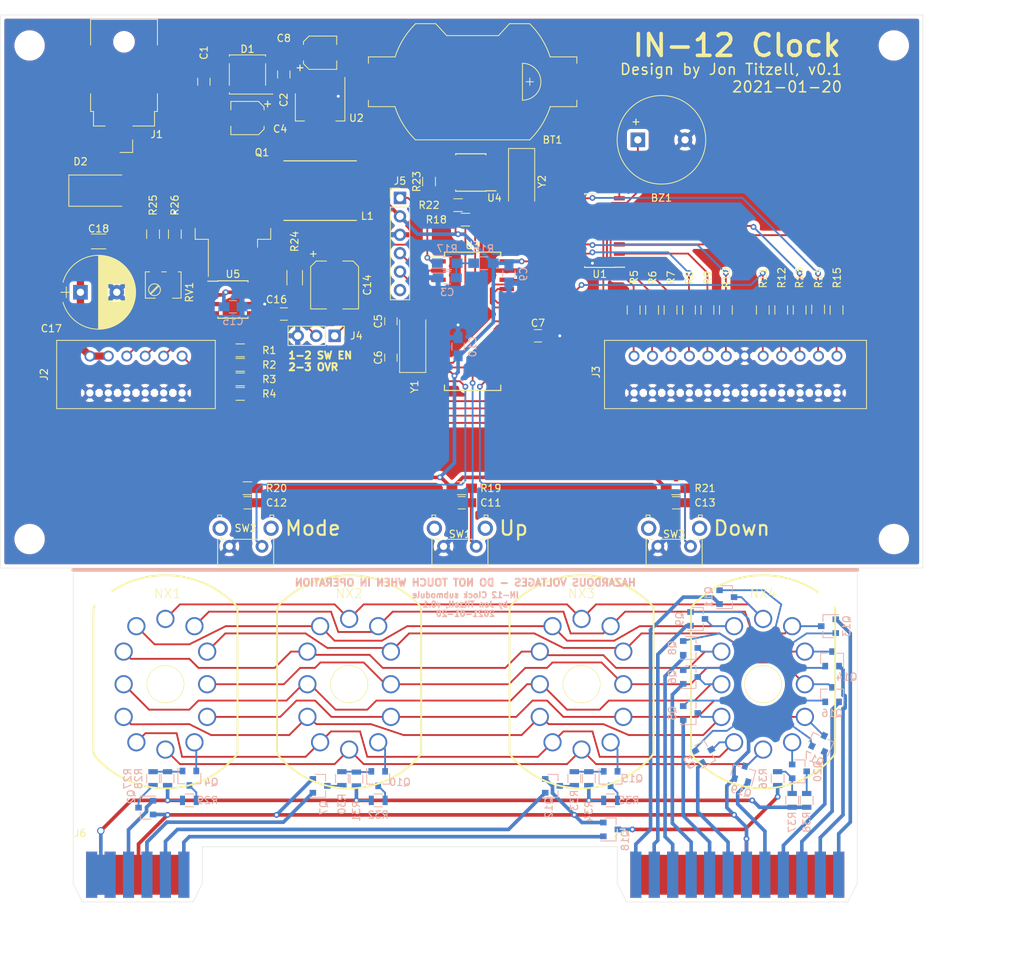
<source format=kicad_pcb>
(kicad_pcb (version 20171130) (host pcbnew "(5.1.6)-1")
  (layers (0 F.Cu signal) (31 B.Cu signal) (34 B.Paste user) (35 F.Paste user) (36 B.SilkS user) (37 F.SilkS user) (38 B.Mask user) (39 F.Mask user) (44 Edge.Cuts user))
  (net 0 "")
  (net 1 "Net-(NX1-PadA)")
  (net 2 "Net-(NX2-PadA)")
  (net 3 "Net-(NX3-PadA)")
  (net 4 "Net-(NX4-PadA)")
  (net 5 "Net-(Q7-Pad3)")
  (net 6 /+170V)
  (net 7 "Net-(Q1-Pad3)")
  (net 8 "Net-(Q2-Pad3)")
  (net 9 "Net-(Q4-Pad3)")
  (net 10 "/Tube Board/DIG_0")
  (net 11 "/Tube Board/DIG_1")
  (net 12 "/Tube Board/DIG_2")
  (net 13 "/Tube Board/DIG_3")
  (net 14 "/Tube Board/DIG_4")
  (net 15 "/Tube Board/DIG_5")
  (net 16 "/Tube Board/DIG_6")
  (net 17 "/Tube Board/DIG_7")
  (net 18 "/Tube Board/DIG_8")
  (net 19 "/Tube Board/DIG_9")
  (net 20 "/Tube Board/DIG_DP")
  (net 21 "/Tube Board/A_1")
  (net 22 "/Tube Board/A_2")
  (net 23 "/Tube Board/A_3")
  (net 24 "/Tube Board/A_4")
  (net 25 "/Tube Board/K1")
  (net 26 "/Tube Board/K2")
  (net 27 "/Tube Board/K3")
  (net 28 "/Tube Board/K4")
  (net 29 "/Tube Board/K5")
  (net 30 "/Tube Board/K6")
  (net 31 "/Tube Board/K7")
  (net 32 "/Tube Board/K8")
  (net 33 "/Tube Board/K9")
  (net 34 "/Tube Board/K0")
  (net 35 "/Tube Board/K_DP")
  (net 36 "/Tube Board/+170V")
  (net 37 "Net-(J2-Pad4)")
  (net 38 "Net-(J2-Pad3)")
  (net 39 "Net-(J2-Pad2)")
  (net 40 "Net-(J2-Pad1)")
  (net 41 /NUM_6)
  (net 42 /NUM_5)
  (net 43 /NUM_4)
  (net 44 /NUM_3)
  (net 45 /NUM_2)
  (net 46 /NUM_1)
  (net 47 /NUM_DP)
  (net 48 /NUM_0)
  (net 49 /NUM_9)
  (net 50 /NUM_8)
  (net 51 /NUM_7)
  (net 52 /GND)
  (net 53 "/Tube Board/GND")
  (net 54 "Net-(C1-Pad1)")
  (net 55 "Net-(C1-Pad2)")
  (net 56 /+5V)
  (net 57 /MODE_SW)
  (net 58 /UP_SW)
  (net 59 /DOWN_SW)
  (net 60 "Net-(D2-Pad2)")
  (net 61 "Net-(RV1-Pad2)")
  (net 62 "/Boost Coverter/_EN")
  (net 63 "Net-(Q20-Pad1)")
  (net 64 /SMPS_EN)
  (net 65 /BCD_B)
  (net 66 /BCD_C)
  (net 67 /BCD_D)
  (net 68 /BCD_A)
  (net 69 "Net-(BT1-Pad1)")
  (net 70 "Net-(U4-Pad2)")
  (net 71 "Net-(U4-Pad1)")
  (net 72 /PGED)
  (net 73 /PGEC)
  (net 74 "Net-(J5-Pad6)")
  (net 75 /MCLR)
  (net 76 "Net-(Q20-Pad3)")
  (net 77 /SCL)
  (net 78 /SDA)
  (net 79 /+RAW)
  (net 80 /DIGIT_1)
  (net 81 /DIGIT_2)
  (net 82 /DIGIT_3)
  (net 83 /DIGIT_4)
  (net 84 /BUZZ)
  (net 85 /Vcap)
  (net 86 /OSCI)
  (net 87 /OSCO)
  (net 88 "Net-(C3-Pad1)")
  (net 89 "Net-(C16-Pad1)")
  (net 90 "Net-(J3-Pad12)")
  (net 91 "Net-(J3-Pad11)")
  (net 92 "Net-(J3-Pad10)")
  (net 93 "Net-(J3-Pad9)")
  (net 94 "Net-(J3-Pad8)")
  (net 95 "Net-(J3-Pad7)")
  (net 96 "Net-(J3-Pad5)")
  (net 97 "Net-(J3-Pad4)")
  (net 98 "Net-(J3-Pad3)")
  (net 99 "Net-(J3-Pad2)")
  (net 100 "Net-(J3-Pad1)")
  (net 101 "Net-(Q1-Pad1)")
  (net 102 "Net-(Q4-Pad1)")
  (net 103 "Net-(Q10-Pad1)")
  (net 104 "Net-(Q10-Pad3)")
  (net 105 "Net-(Q12-Pad3)")
  (net 106 "Net-(Q15-Pad1)")
  (net 107 "Net-(Q15-Pad3)")
  (net 108 "Net-(Q18-Pad3)")
  (net 109 "Net-(R23-Pad2)")
  (net 110 "Net-(R25-Pad2)")
  (net 111 "Net-(R26-Pad1)")
  (net 112 "Net-(U3-Pad3)")
  (net 113 "Net-(J1-Pad3)")
  (module Capacitors_SMD:CP_Elec_6.3x5.8 (layer F.Cu) (at 136 65 270)
    (fp_text reference C14 (at 0 -4.5 90) (layer F.SilkS))
    (fp_text value 100u)
    (fp_text user + (at -4.28 3.01 90) (layer F.SilkS))
    (pad 1 smd rect (at -2.7 0 90) (size 3.5 1.6) (layers F.Cu F.Paste F.Mask) (net 79 /+RAW))
    (pad 2 smd rect (at 2.7 0 90) (size 3.5 1.6) (layers F.Cu F.Paste F.Mask) (net 52 /GND))
  )
  (module Housings_SOIC:SOIC-8_3.9x4.9mm_Pitch1.27mm (layer F.Cu) (at 122 67)
    (fp_text reference U5 (at 0 -3.5) (layer F.SilkS))
    (fp_text value MAX1771)
    (pad 1 smd rect (at -2.7 -1.905) (size 1.55 0.6) (layers F.Cu F.Paste F.Mask) (net 101 "Net-(Q1-Pad1)"))
    (pad 2 smd rect (at -2.7 -0.635) (size 1.55 0.6) (layers F.Cu F.Paste F.Mask) (net 79 /+RAW))
    (pad 3 smd rect (at -2.7 0.635) (size 1.55 0.6) (layers F.Cu F.Paste F.Mask) (net 61 "Net-(RV1-Pad2)"))
    (pad 4 smd rect (at -2.7 1.905) (size 1.55 0.6) (layers F.Cu F.Paste F.Mask) (net 62 "/Boost Coverter/_EN"))
    (pad 5 smd rect (at 2.7 1.905) (size 1.55 0.6) (layers F.Cu F.Paste F.Mask) (net 89 "Net-(C16-Pad1)"))
    (pad 6 smd rect (at 2.7 0.635) (size 1.55 0.6) (layers F.Cu F.Paste F.Mask) (net 52 /GND))
    (pad 7 smd rect (at 2.7 -0.635) (size 1.55 0.6) (layers F.Cu F.Paste F.Mask) (net 52 /GND))
    (pad 8 smd rect (at 2.7 -1.905) (size 1.55 0.6) (layers F.Cu F.Paste F.Mask) (net 7 "Net-(Q1-Pad3)"))
  )
  (module Capacitors_SMD:C_1206_HandSoldering (layer F.Cu) (at 103.5 59)
    (fp_text reference C18 (at 0 -1.75) (layer F.SilkS))
    (fp_text value 0.1u)
    (pad 1 smd rect (at -2 0) (size 2 1.6) (layers F.Cu F.Paste F.Mask) (net 6 /+170V))
    (pad 2 smd rect (at 2 0) (size 2 1.6) (layers F.Cu F.Paste F.Mask) (net 52 /GND))
  )
  (module TO_SOT_Packages_SMD:SOT-223-3_TabPin2 (layer F.Cu) (at 134 40.5 270)
    (fp_text reference U2 (at 1.5 -5 180) (layer F.SilkS))
    (fp_text value NCP1117)
    (pad 2 smd rect (at 3.15 0 270) (size 2 3.8) (layers F.Cu F.Paste F.Mask) (net 56 /+5V))
    (pad 2 smd rect (at -3.15 0 270) (size 2 1.5) (layers F.Cu F.Paste F.Mask) (net 56 /+5V))
    (pad 3 smd rect (at -3.15 2.3 270) (size 2 1.5) (layers F.Cu F.Paste F.Mask) (net 79 /+RAW))
    (pad 1 smd rect (at -3.15 -2.3 270) (size 2 1.5) (layers F.Cu F.Paste F.Mask) (net 52 /GND))
  )
  (module nixie-clock:Sullins-EBC12DCWN-Mating-Edge (layer F.Cu) (at 191.4425 142.428)
    (fp_text reference J7 (at -17.145 -1.905) (layer F.SilkS) (effects (justify left)))
    (fp_text value Conn_02x12_Counter_Clockwise)
    (pad 1 smd rect (at -13.97 3.81) (size 1.524 6.35) (layers F.Cu F.Paste) (net 53 "/Tube Board/GND"))
    (pad 2 smd rect (at -11.43 3.81) (size 1.524 6.35) (layers F.Cu) (net 53 "/Tube Board/GND"))
    (pad 3 smd rect (at -8.89 3.81) (size 1.524 6.35) (layers F.Cu) (net 53 "/Tube Board/GND"))
    (pad 4 smd rect (at -6.35 3.81) (size 1.524 6.35) (layers F.Cu) (net 53 "/Tube Board/GND"))
    (pad 5 smd rect (at -3.81 3.81) (size 1.524 6.35) (layers F.Cu) (net 53 "/Tube Board/GND"))
    (pad 6 smd rect (at -1.27 3.81) (size 1.524 6.35) (layers F.Cu) (net 53 "/Tube Board/GND"))
    (pad 7 smd rect (at 1.27 3.81) (size 1.524 6.35) (layers F.Cu) (net 53 "/Tube Board/GND"))
    (pad 8 smd rect (at 3.81 3.81) (size 1.524 6.35) (layers F.Cu) (net 53 "/Tube Board/GND"))
    (pad 9 smd rect (at 6.35 3.81) (size 1.524 6.35) (layers F.Cu) (net 53 "/Tube Board/GND"))
    (pad 10 smd rect (at 8.89 3.81) (size 1.524 6.35) (layers F.Cu) (net 53 "/Tube Board/GND"))
    (pad 11 smd rect (at 11.43 3.81) (size 1.524 6.35) (layers F.Cu) (net 53 "/Tube Board/GND"))
    (pad 12 smd rect (at 13.97 3.81) (size 1.524 6.35) (layers F.Cu) (net 53 "/Tube Board/GND"))
    (pad 13 smd rect (at 13.97 3.81) (size 1.524 6.35) (layers B.Cu) (net 31 "/Tube Board/K7"))
    (pad 14 smd rect (at 11.43 3.81) (size 1.524 6.35) (layers B.Cu) (net 32 "/Tube Board/K8"))
    (pad 15 smd rect (at 8.89 3.81) (size 1.524 6.35) (layers B.Cu) (net 33 "/Tube Board/K9"))
    (pad 16 smd rect (at 6.35 3.81) (size 1.524 6.35) (layers B.Cu) (net 34 "/Tube Board/K0"))
    (pad 17 smd rect (at 3.81 3.81) (size 1.524 6.35) (layers B.Cu) (net 35 "/Tube Board/K_DP"))
    (pad 18 smd rect (at 1.27 3.81) (size 1.524 6.35) (layers B.Cu) (net 53 "/Tube Board/GND"))
    (pad 19 smd rect (at -1.27 3.81) (size 1.524 6.35) (layers B.Cu) (net 25 "/Tube Board/K1"))
    (pad 20 smd rect (at -3.81 3.81) (size 1.524 6.35) (layers B.Cu) (net 26 "/Tube Board/K2"))
    (pad 21 smd rect (at -6.35 3.81) (size 1.524 6.35) (layers B.Cu) (net 27 "/Tube Board/K3"))
    (pad 22 smd rect (at -8.89 3.81) (size 1.524 6.35) (layers B.Cu) (net 28 "/Tube Board/K4"))
    (pad 23 smd rect (at -11.43 3.81) (size 1.524 6.35) (layers B.Cu) (net 29 "/Tube Board/K5"))
    (pad 24 smd rect (at -13.97 3.81) (size 1.524 6.35) (layers B.Cu) (net 30 "/Tube Board/K6"))
  )
  (module nixie-clock:Sullins-EBC06DCWN-Mating-Edge (layer F.Cu) (at 108.8925 142.428)
    (fp_text reference J6 (at -8.89 -1.905) (layer F.SilkS) (effects (justify left)))
    (fp_text value Conn_02x06_Counter_Clockwise)
    (pad 1 smd rect (at -6.35 3.81) (size 1.524 6.35) (layers F.Cu F.Paste) (net 53 "/Tube Board/GND"))
    (pad 2 smd rect (at -3.81 3.81) (size 1.524 6.35) (layers F.Cu) (net 53 "/Tube Board/GND"))
    (pad 3 smd rect (at -1.27 3.81) (size 1.524 6.35) (layers F.Cu) (net 53 "/Tube Board/GND"))
    (pad 4 smd rect (at 1.27 3.81) (size 1.524 6.35) (layers F.Cu) (net 53 "/Tube Board/GND"))
    (pad 5 smd rect (at 3.81 3.81) (size 1.524 6.35) (layers F.Cu) (net 53 "/Tube Board/GND"))
    (pad 6 smd rect (at 6.35 3.81) (size 1.524 6.35) (layers F.Cu) (net 53 "/Tube Board/GND"))
    (pad 7 smd rect (at 6.35 3.81) (size 1.524 6.35) (layers B.Cu) (net 24 "/Tube Board/A_4"))
    (pad 8 smd rect (at 3.81 3.81) (size 1.524 6.35) (layers B.Cu) (net 23 "/Tube Board/A_3"))
    (pad 9 smd rect (at 1.27 3.81) (size 1.524 6.35) (layers B.Cu) (net 22 "/Tube Board/A_2"))
    (pad 10 smd rect (at -1.27 3.81) (size 1.524 6.35) (layers B.Cu) (net 21 "/Tube Board/A_1"))
    (pad 11 smd rect (at -3.81 3.81) (size 1.524 6.35) (layers B.Cu) (net 36 "/Tube Board/+170V"))
    (pad 12 smd rect (at -6.35 3.81) (size 1.524 6.35) (layers B.Cu) (net 36 "/Tube Board/+170V"))
  )
  (module Housings_SOIC:SOIC-28W_7.5x18.7mm_Pitch1.27mm (layer F.Cu) (at 155 70)
    (fp_text reference U3 (at 0 -10.45) (layer F.SilkS))
    (fp_text value PIC24FV32KA302-I_SO)
    (pad 1 smd rect (at -4.7 -8.255) (size 2 0.6) (layers F.Cu F.Paste F.Mask) (net 75 /MCLR))
    (pad 2 smd rect (at -4.7 -6.985) (size 2 0.6) (layers F.Cu F.Paste F.Mask) (net 64 /SMPS_EN))
    (pad 3 smd rect (at -4.7 -5.715) (size 2 0.6) (layers F.Cu F.Paste F.Mask) (net 112 "Net-(U3-Pad3)"))
    (pad 4 smd rect (at -4.7 -4.445) (size 2 0.6) (layers F.Cu F.Paste F.Mask) (net 72 /PGED))
    (pad 5 smd rect (at -4.7 -3.175) (size 2 0.6) (layers F.Cu F.Paste F.Mask) (net 73 /PGEC))
    (pad 6 smd rect (at -4.7 -1.905) (size 2 0.6) (layers F.Cu F.Paste F.Mask) (net 78 /SDA))
    (pad 7 smd rect (at -4.7 -0.635) (size 2 0.6) (layers F.Cu F.Paste F.Mask) (net 77 /SCL))
    (pad 8 smd rect (at -4.7 0.635) (size 2 0.6) (layers F.Cu F.Paste F.Mask) (net 52 /GND))
    (pad 9 smd rect (at -4.7 1.905) (size 2 0.6) (layers F.Cu F.Paste F.Mask) (net 86 /OSCI))
    (pad 10 smd rect (at -4.7 3.175) (size 2 0.6) (layers F.Cu F.Paste F.Mask) (net 87 /OSCO))
    (pad 11 smd rect (at -4.7 4.445) (size 2 0.6) (layers F.Cu F.Paste F.Mask) (net 58 /UP_SW))
    (pad 12 smd rect (at -4.7 5.715) (size 2 0.6) (layers F.Cu F.Paste F.Mask) (net 84 /BUZZ))
    (pad 13 smd rect (at -4.7 6.985) (size 2 0.6) (layers F.Cu F.Paste F.Mask) (net 56 /+5V))
    (pad 14 smd rect (at -4.7 8.255) (size 2 0.6) (layers F.Cu F.Paste F.Mask) (net 57 /MODE_SW))
    (pad 15 smd rect (at 4.7 8.255) (size 2 0.6) (layers F.Cu F.Paste F.Mask) (net 59 /DOWN_SW))
    (pad 16 smd rect (at 4.7 6.985) (size 2 0.6) (layers F.Cu F.Paste F.Mask) (net 80 /DIGIT_1))
    (pad 17 smd rect (at 4.7 5.715) (size 2 0.6) (layers F.Cu F.Paste F.Mask) (net 81 /DIGIT_2))
    (pad 18 smd rect (at 4.7 4.445) (size 2 0.6) (layers F.Cu F.Paste F.Mask) (net 82 /DIGIT_3))
    (pad 19 smd rect (at 4.7 3.175) (size 2 0.6) (layers F.Cu F.Paste F.Mask) (net 52 /GND))
    (pad 20 smd rect (at 4.7 1.905) (size 2 0.6) (layers F.Cu F.Paste F.Mask) (net 85 /Vcap))
    (pad 21 smd rect (at 4.7 0.635) (size 2 0.6) (layers F.Cu F.Paste F.Mask) (net 83 /DIGIT_4))
    (pad 22 smd rect (at 4.7 -0.635) (size 2 0.6) (layers F.Cu F.Paste F.Mask) (net 47 /NUM_DP))
    (pad 23 smd rect (at 4.7 -1.905) (size 2 0.6) (layers F.Cu F.Paste F.Mask) (net 67 /BCD_D))
    (pad 24 smd rect (at 4.7 -3.175) (size 2 0.6) (layers F.Cu F.Paste F.Mask) (net 66 /BCD_C))
    (pad 25 smd rect (at 4.7 -4.445) (size 2 0.6) (layers F.Cu F.Paste F.Mask) (net 65 /BCD_B))
    (pad 26 smd rect (at 4.7 -5.715) (size 2 0.6) (layers F.Cu F.Paste F.Mask) (net 68 /BCD_A))
    (pad 27 smd rect (at 4.7 -6.985) (size 2 0.6) (layers F.Cu F.Paste F.Mask) (net 52 /GND))
    (pad 28 smd rect (at 4.7 -8.255) (size 2 0.6) (layers F.Cu F.Paste F.Mask) (net 56 /+5V))
  )
  (module Capacitors_SMD:C_0805_HandSoldering (layer F.Cu) (at 143.75 75 270)
    (fp_text reference C6 (at 0 1.75 90) (layer F.SilkS))
    (fp_text value 18p)
    (pad 1 smd rect (at -1.25 0 270) (size 1.5 1.25) (layers F.Cu F.Paste F.Mask) (net 87 /OSCO))
    (pad 2 smd rect (at 1.25 0 270) (size 1.5 1.25) (layers F.Cu F.Paste F.Mask) (net 52 /GND))
  )
  (module Capacitors_SMD:C_0805_HandSoldering (layer F.Cu) (at 143.75 70 90)
    (fp_text reference C5 (at 0 -1.75 90) (layer F.SilkS))
    (fp_text value 18p)
    (pad 1 smd rect (at -1.25 0 90) (size 1.5 1.25) (layers F.Cu F.Paste F.Mask) (net 86 /OSCI))
    (pad 2 smd rect (at 1.25 0 90) (size 1.5 1.25) (layers F.Cu F.Paste F.Mask) (net 52 /GND))
  )
  (module nixie-clock:Buzzer_12x9.5RM7.6 (layer F.Cu) (at 181 45)
    (fp_text reference BZ1 (at 0 8) (layer F.SilkS))
    (fp_text value Buzzer)
    (fp_text user + (at -3.51 -2.54) (layer F.SilkS))
    (fp_text user + (at -3.51 -2.54) (layer F.SilkS))
    (pad 1 thru_hole rect (at -3.25 0) (size 2 2) (drill 1) (layers *.Cu *.Mask) (net 84 /BUZZ))
    (pad 2 thru_hole circle (at 3.25 0) (size 2 2) (drill 1) (layers *.Cu *.Mask) (net 52 /GND))
  )
  (module Capacitors_SMD:C_0805_HandSoldering (layer B.Cu) (at 151.5 64 180)
    (fp_text reference C3 (at 0 -2 180) (layer B.SilkS) (effects (justify mirror)))
    (fp_text value 0.1u)
    (pad 1 smd rect (at -1.25 0 180) (size 1.5 1.25) (layers B.Cu B.Paste B.Mask) (net 88 "Net-(C3-Pad1)"))
    (pad 2 smd rect (at 1.25 0 180) (size 1.5 1.25) (layers B.Cu B.Paste B.Mask) (net 52 /GND))
  )
  (module Crystals:Crystal_SMD_5032-2pin_5.0x3.2mm_HandSoldering (layer F.Cu) (at 161.75 50.75 270)
    (fp_text reference Y2 (at 0 -2.8 90) (layer F.SilkS))
    (fp_text value "32.768 kHz")
    (pad 1 smd rect (at -2.6 0 270) (size 3.5 2.4) (layers F.Cu F.Paste F.Mask) (net 70 "Net-(U4-Pad2)"))
    (pad 2 smd rect (at 2.6 0 270) (size 3.5 2.4) (layers F.Cu F.Paste F.Mask) (net 71 "Net-(U4-Pad1)"))
  )
  (module Housings_SOIC:SOIC-16_3.9x9.9mm_Pitch1.27mm (layer F.Cu) (at 172.5 57.5 180)
    (fp_text reference U1 (at 0 -6) (layer F.SilkS))
    (fp_text value CD4028)
    (pad 1 smd rect (at -2.7 -4.445 180) (size 1.5 0.6) (layers F.Cu F.Paste F.Mask) (net 43 /NUM_4))
    (pad 2 smd rect (at -2.7 -3.175 180) (size 1.5 0.6) (layers F.Cu F.Paste F.Mask) (net 45 /NUM_2))
    (pad 3 smd rect (at -2.7 -1.905 180) (size 1.5 0.6) (layers F.Cu F.Paste F.Mask) (net 48 /NUM_0))
    (pad 4 smd rect (at -2.7 -0.635 180) (size 1.5 0.6) (layers F.Cu F.Paste F.Mask) (net 51 /NUM_7))
    (pad 5 smd rect (at -2.7 0.635 180) (size 1.5 0.6) (layers F.Cu F.Paste F.Mask) (net 49 /NUM_9))
    (pad 6 smd rect (at -2.7 1.905 180) (size 1.5 0.6) (layers F.Cu F.Paste F.Mask) (net 42 /NUM_5))
    (pad 7 smd rect (at -2.7 3.175 180) (size 1.5 0.6) (layers F.Cu F.Paste F.Mask) (net 41 /NUM_6))
    (pad 8 smd rect (at -2.7 4.445 180) (size 1.5 0.6) (layers F.Cu F.Paste F.Mask) (net 56 /+5V))
    (pad 9 smd rect (at 2.7 4.445 180) (size 1.5 0.6) (layers F.Cu F.Paste F.Mask) (net 50 /NUM_8))
    (pad 10 smd rect (at 2.7 3.175 180) (size 1.5 0.6) (layers F.Cu F.Paste F.Mask) (net 68 /BCD_A))
    (pad 11 smd rect (at 2.7 1.905 180) (size 1.5 0.6) (layers F.Cu F.Paste F.Mask) (net 67 /BCD_D))
    (pad 12 smd rect (at 2.7 0.635 180) (size 1.5 0.6) (layers F.Cu F.Paste F.Mask) (net 66 /BCD_C))
    (pad 13 smd rect (at 2.7 -0.635 180) (size 1.5 0.6) (layers F.Cu F.Paste F.Mask) (net 65 /BCD_B))
    (pad 14 smd rect (at 2.7 -1.905 180) (size 1.5 0.6) (layers F.Cu F.Paste F.Mask) (net 46 /NUM_1))
    (pad 15 smd rect (at 2.7 -3.175 180) (size 1.5 0.6) (layers F.Cu F.Paste F.Mask) (net 44 /NUM_3))
    (pad 16 smd rect (at 2.7 -4.445 180) (size 1.5 0.6) (layers F.Cu F.Paste F.Mask) (net 52 /GND))
  )
  (module Crystals:Crystal_SMD_5032-2pin_5.0x3.2mm_HandSoldering (layer F.Cu) (at 146.75 72.5 90)
    (fp_text reference Y1 (at -6.5 0.25 90) (layer F.SilkS))
    (fp_text value "8 MHz")
    (pad 1 smd rect (at -2.6 0 90) (size 3.5 2.4) (layers F.Cu F.Paste F.Mask) (net 87 /OSCO))
    (pad 2 smd rect (at 2.6 0 90) (size 3.5 2.4) (layers F.Cu F.Paste F.Mask) (net 86 /OSCI))
  )
  (module TO_SOT_Packages_SMD:TO-263-2 (layer F.Cu) (at 122 55.75 90)
    (fp_text reference Q1 (at 9 4 180) (layer F.SilkS))
    (fp_text value IRF740)
    (pad 1 smd rect (at -5.775 -2.54 90) (size 4.6 1.1) (layers F.Cu F.Paste F.Mask) (net 101 "Net-(Q1-Pad1)"))
    (pad 3 smd rect (at -5.775 2.54 90) (size 4.6 1.1) (layers F.Cu F.Paste F.Mask) (net 7 "Net-(Q1-Pad3)"))
    (pad 2 smd rect (at 3.375 0 90) (size 9.4 10.8) (layers F.Cu F.Mask) (net 60 "Net-(D2-Pad2)"))
    (pad 2 smd rect (at 5.8 2.775 90) (size 4.55 5.25) (layers F.Cu F.Paste) (net 60 "Net-(D2-Pad2)"))
    (pad 2 smd rect (at 0.95 -2.775 90) (size 4.55 5.25) (layers F.Cu F.Paste) (net 60 "Net-(D2-Pad2)"))
    (pad 2 smd rect (at 5.8 -2.775 90) (size 4.55 5.25) (layers F.Cu F.Paste) (net 60 "Net-(D2-Pad2)"))
    (pad 2 smd rect (at 0.95 2.775 90) (size 4.55 5.25) (layers F.Cu F.Paste) (net 60 "Net-(D2-Pad2)"))
  )
  (module Inductors:Inductor_Taiyo-Yuden_NR-80xx_HandSoldering (layer F.Cu) (at 134 52 180)
    (fp_text reference L1 (at -6.5 -3.5) (layer F.SilkS))
    (fp_text value 100uH)
    (pad 1 smd rect (at -3.45 0 180) (size 3.1 7.7) (layers F.Cu F.Paste F.Mask) (net 79 /+RAW))
    (pad 2 smd rect (at 3.45 0 180) (size 3.1 7.7) (layers F.Cu F.Paste F.Mask) (net 60 "Net-(D2-Pad2)"))
  )
  (module Resistors_SMD:R_0805_HandSoldering (layer F.Cu) (at 153 54)
    (fp_text reference R22 (at -4 0) (layer F.SilkS))
    (fp_text value 2.2k)
    (pad 1 smd rect (at -1.35 0) (size 1.5 1.3) (layers F.Cu F.Paste F.Mask) (net 56 /+5V))
    (pad 2 smd rect (at 1.35 0) (size 1.5 1.3) (layers F.Cu F.Paste F.Mask) (net 78 /SDA))
  )
  (module Resistors_SMD:R_0805_HandSoldering (layer F.Cu) (at 154 56)
    (fp_text reference R18 (at -4 0) (layer F.SilkS))
    (fp_text value 2.2k)
    (pad 1 smd rect (at -1.35 0) (size 1.5 1.3) (layers F.Cu F.Paste F.Mask) (net 56 /+5V))
    (pad 2 smd rect (at 1.35 0) (size 1.5 1.3) (layers F.Cu F.Paste F.Mask) (net 77 /SCL))
  )
  (module Resistors_SMD:R_0805_HandSoldering (layer F.Cu) (at 114 58 90)
    (fp_text reference R26 (at 4 0 270) (layer F.SilkS))
    (fp_text value 2.2k)
    (pad 1 smd rect (at -1.35 0 90) (size 1.5 1.3) (layers F.Cu F.Paste F.Mask) (net 111 "Net-(R26-Pad1)"))
    (pad 2 smd rect (at 1.35 0 90) (size 1.5 1.3) (layers F.Cu F.Paste F.Mask) (net 52 /GND))
  )
  (module Capacitors_SMD:CP_Elec_4x5.3 (layer F.Cu) (at 134 33)
    (fp_text reference C8 (at -5 -2) (layer F.SilkS))
    (fp_text value 1u)
    (fp_text user + (at -2.77 2.01) (layer F.SilkS))
    (fp_text user + (at -2.77 2.01) (layer F.SilkS))
    (pad 1 smd rect (at -1.8 0 180) (size 2.6 1.6) (layers F.Cu F.Paste F.Mask) (net 56 /+5V))
    (pad 2 smd rect (at 1.8 0 180) (size 2.6 1.6) (layers F.Cu F.Paste F.Mask) (net 52 /GND))
  )
  (module Capacitors_SMD:CP_Elec_4x5.3 (layer F.Cu) (at 124 42 180)
    (fp_text reference C4 (at -4.5 -1.5) (layer F.SilkS))
    (fp_text value 1u)
    (fp_text user + (at -2.77 2.01) (layer F.SilkS))
    (fp_text user + (at -2.77 2.01) (layer F.SilkS))
    (pad 1 smd rect (at -1.8 0) (size 2.6 1.6) (layers F.Cu F.Paste F.Mask) (net 79 /+RAW))
    (pad 2 smd rect (at 1.8 0) (size 2.6 1.6) (layers F.Cu F.Paste F.Mask) (net 52 /GND))
  )
  (module Pin_Headers:Pin_Header_Straight_1x06_Pitch2.54mm (layer F.Cu) (at 145 53)
    (fp_text reference J5 (at 0 -2.33) (layer F.SilkS))
    (fp_text value ICSP)
    (pad 1 thru_hole rect (at 0 0) (size 1.7 1.7) (drill 1) (layers *.Cu *.Mask) (net 75 /MCLR))
    (pad 2 thru_hole oval (at 0 2.54) (size 1.7 1.7) (drill 1) (layers *.Cu *.Mask) (net 56 /+5V))
    (pad 3 thru_hole oval (at 0 5.08) (size 1.7 1.7) (drill 1) (layers *.Cu *.Mask) (net 52 /GND))
    (pad 4 thru_hole oval (at 0 7.62) (size 1.7 1.7) (drill 1) (layers *.Cu *.Mask) (net 72 /PGED))
    (pad 5 thru_hole oval (at 0 10.16) (size 1.7 1.7) (drill 1) (layers *.Cu *.Mask) (net 73 /PGEC))
    (pad 6 thru_hole oval (at 0 12.7) (size 1.7 1.7) (drill 1) (layers *.Cu *.Mask) (net 74 "Net-(J5-Pad6)"))
  )
  (module Capacitors_SMD:C_0805_HandSoldering (layer F.Cu) (at 164 72)
    (fp_text reference C7 (at 0 -1.75) (layer F.SilkS))
    (fp_text value 10u)
    (pad 1 smd rect (at -1.25 0) (size 1.5 1.25) (layers F.Cu F.Paste F.Mask) (net 85 /Vcap))
    (pad 2 smd rect (at 1.25 0) (size 1.5 1.25) (layers F.Cu F.Paste F.Mask) (net 52 /GND))
  )
  (module Capacitors_SMD:C_0805_HandSoldering (layer B.Cu) (at 153 73.5 90)
    (fp_text reference C10 (at 0 2 270) (layer B.SilkS) (effects (justify mirror)))
    (fp_text value 0.1u)
    (pad 1 smd rect (at -1.25 0 90) (size 1.5 1.25) (layers B.Cu B.Paste B.Mask) (net 56 /+5V))
    (pad 2 smd rect (at 1.25 0 90) (size 1.5 1.25) (layers B.Cu B.Paste B.Mask) (net 52 /GND))
  )
  (module Capacitors_SMD:C_0805_HandSoldering (layer B.Cu) (at 160 63.5 270)
    (fp_text reference C9 (at 0 -2 270) (layer B.SilkS) (effects (justify mirror)))
    (fp_text value 0.1u)
    (pad 1 smd rect (at -1.25 0 270) (size 1.5 1.25) (layers B.Cu B.Paste B.Mask) (net 56 /+5V))
    (pad 2 smd rect (at 1.25 0 270) (size 1.5 1.25) (layers B.Cu B.Paste B.Mask) (net 52 /GND))
  )
  (module Resistors_SMD:R_0805_HandSoldering (layer B.Cu) (at 151.5 62)
    (fp_text reference R17 (at 0 -2) (layer B.SilkS) (effects (justify mirror)))
    (fp_text value 100)
    (pad 1 smd rect (at -1.35 0) (size 1.5 1.3) (layers B.Cu B.Paste B.Mask) (net 75 /MCLR))
    (pad 2 smd rect (at 1.35 0) (size 1.5 1.3) (layers B.Cu B.Paste B.Mask) (net 88 "Net-(C3-Pad1)"))
  )
  (module Resistors_SMD:R_0805_HandSoldering (layer B.Cu) (at 156.5 62 180)
    (fp_text reference R16 (at 0 2 180) (layer B.SilkS) (effects (justify mirror)))
    (fp_text value 10k)
    (pad 1 smd rect (at -1.35 0 180) (size 1.5 1.3) (layers B.Cu B.Paste B.Mask) (net 56 /+5V))
    (pad 2 smd rect (at 1.35 0 180) (size 1.5 1.3) (layers B.Cu B.Paste B.Mask) (net 88 "Net-(C3-Pad1)"))
  )
  (module Housings_SOIC:SOIC-8_3.9x4.9mm_Pitch1.27mm (layer F.Cu) (at 154.75 49.5 180)
    (fp_text reference U4 (at -3.25 -3.5) (layer F.SilkS))
    (fp_text value DS1307Z+)
    (pad 1 smd rect (at -2.7 -1.905 180) (size 1.55 0.6) (layers F.Cu F.Paste F.Mask) (net 71 "Net-(U4-Pad1)"))
    (pad 2 smd rect (at -2.7 -0.635 180) (size 1.55 0.6) (layers F.Cu F.Paste F.Mask) (net 70 "Net-(U4-Pad2)"))
    (pad 3 smd rect (at -2.7 0.635 180) (size 1.55 0.6) (layers F.Cu F.Paste F.Mask) (net 69 "Net-(BT1-Pad1)"))
    (pad 4 smd rect (at -2.7 1.905 180) (size 1.55 0.6) (layers F.Cu F.Paste F.Mask) (net 52 /GND))
    (pad 5 smd rect (at 2.7 1.905 180) (size 1.55 0.6) (layers F.Cu F.Paste F.Mask) (net 78 /SDA))
    (pad 6 smd rect (at 2.7 0.635 180) (size 1.55 0.6) (layers F.Cu F.Paste F.Mask) (net 77 /SCL))
    (pad 7 smd rect (at 2.7 -0.635 180) (size 1.55 0.6) (layers F.Cu F.Paste F.Mask) (net 109 "Net-(R23-Pad2)"))
    (pad 8 smd rect (at 2.7 -1.905 180) (size 1.55 0.6) (layers F.Cu F.Paste F.Mask) (net 56 /+5V))
  )
  (module Resistors_SMD:R_0805_HandSoldering (layer F.Cu) (at 149 50.75 90)
    (fp_text reference R23 (at 0 -1.7 90) (layer F.SilkS))
    (fp_text value 2.2k)
    (pad 1 smd rect (at -1.35 0 90) (size 1.5 1.3) (layers F.Cu F.Paste F.Mask) (net 56 /+5V))
    (pad 2 smd rect (at 1.35 0 90) (size 1.5 1.3) (layers F.Cu F.Paste F.Mask) (net 109 "Net-(R23-Pad2)"))
  )
  (module nixie-clock:BU2032SM-BT-GTR (layer F.Cu) (at 155 37)
    (fp_text reference BT1 (at 11 8) (layer F.SilkS))
    (fp_text value CR2032)
    (pad 2 smd rect (at -14.605 0) (size 3.302 4.318) (layers F.Cu F.Paste F.Mask) (net 52 /GND))
    (pad 1 smd rect (at 14.605 0) (size 3.302 4.318) (layers F.Cu F.Paste F.Mask) (net 69 "Net-(BT1-Pad1)"))
  )
  (module Pin_Headers:Pin_Header_Straight_1x03_Pitch2.54mm (layer F.Cu) (at 136 72 270)
    (fp_text reference J4 (at 0 -3 180) (layer F.SilkS))
    (fp_text value Conn_01x03)
    (pad 1 thru_hole rect (at 0 0 270) (size 1.7 1.7) (drill 1) (layers *.Cu *.Mask) (net 64 /SMPS_EN))
    (pad 2 thru_hole oval (at 0 2.54 270) (size 1.7 1.7) (drill 1) (layers *.Cu *.Mask) (net 62 "/Boost Coverter/_EN"))
    (pad 3 thru_hole oval (at 0 5.08 270) (size 1.7 1.7) (drill 1) (layers *.Cu *.Mask) (net 52 /GND))
  )
  (module Buttons_Switches_THT:SW_Tactile_SPST_Angled_PTS645Vx58-2LFS (layer F.Cu) (at 185 101 180)
    (fp_text reference SW3 (at 2.25 1.68) (layer F.SilkS))
    (fp_text value "Tactile SPST")
    (pad "" thru_hole circle (at 5.76 2.49 180) (size 2.1 2.1) (drill 1.3) (layers *.Cu *.Mask))
    (pad 2 thru_hole circle (at 4.5 0 180) (size 1.75 1.75) (drill 0.99) (layers *.Cu *.Mask) (net 52 /GND))
    (pad 1 thru_hole circle (at 0 0 180) (size 1.75 1.75) (drill 0.99) (layers *.Cu *.Mask) (net 59 /DOWN_SW))
    (pad "" thru_hole circle (at -1.25 2.49 180) (size 2.1 2.1) (drill 1.3) (layers *.Cu *.Mask))
  )
  (module Buttons_Switches_THT:SW_Tactile_SPST_Angled_PTS645Vx58-2LFS (layer F.Cu) (at 155.5 101 180)
    (fp_text reference SW1 (at 2.25 1.68) (layer F.SilkS))
    (fp_text value "Tactile SPST")
    (pad "" thru_hole circle (at 5.76 2.49 180) (size 2.1 2.1) (drill 1.3) (layers *.Cu *.Mask))
    (pad 2 thru_hole circle (at 4.5 0 180) (size 1.75 1.75) (drill 0.99) (layers *.Cu *.Mask) (net 52 /GND))
    (pad 1 thru_hole circle (at 0 0 180) (size 1.75 1.75) (drill 0.99) (layers *.Cu *.Mask) (net 58 /UP_SW))
    (pad "" thru_hole circle (at -1.25 2.49 180) (size 2.1 2.1) (drill 1.3) (layers *.Cu *.Mask))
  )
  (module Buttons_Switches_THT:SW_Tactile_SPST_Angled_PTS645Vx58-2LFS (layer F.Cu) (at 126 101 180)
    (fp_text reference SW2 (at 2.25 2.5) (layer F.SilkS))
    (fp_text value "Tactile SPST")
    (pad "" thru_hole circle (at 5.76 2.49 180) (size 2.1 2.1) (drill 1.3) (layers *.Cu *.Mask))
    (pad 2 thru_hole circle (at 4.5 0 180) (size 1.75 1.75) (drill 0.99) (layers *.Cu *.Mask) (net 52 /GND))
    (pad 1 thru_hole circle (at 0 0 180) (size 1.75 1.75) (drill 0.99) (layers *.Cu *.Mask) (net 57 /MODE_SW))
    (pad "" thru_hole circle (at -1.25 2.49 180) (size 2.1 2.1) (drill 1.3) (layers *.Cu *.Mask))
  )
  (module Potentiometers:Potentiometer_Trimmer_Bourns_3214X (layer F.Cu) (at 112.5 65)
    (fp_text reference RV1 (at 3.5 1 270) (layer F.SilkS))
    (fp_text value 10k)
    (pad 1 smd rect (at 1.15 -2.55) (size 1.3 1.9) (layers F.Cu F.Mask) (net 111 "Net-(R26-Pad1)"))
    (pad 2 smd rect (at 0 2.55) (size 2 1.9) (layers F.Cu F.Mask) (net 61 "Net-(RV1-Pad2)"))
    (pad 3 smd rect (at -1.15 -2.55) (size 1.3 1.9) (layers F.Cu F.Mask) (net 110 "Net-(R25-Pad2)"))
  )
  (module Resistors_SMD:R_1206_HandSoldering (layer F.Cu) (at 130.5 64 270)
    (fp_text reference R24 (at -5 0 270) (layer F.SilkS))
    (fp_text value 0.05)
    (pad 1 smd rect (at -2 0 270) (size 2 1.7) (layers F.Cu F.Paste F.Mask) (net 7 "Net-(Q1-Pad3)"))
    (pad 2 smd rect (at 2 0 270) (size 2 1.7) (layers F.Cu F.Paste F.Mask) (net 52 /GND))
  )
  (module Resistors_SMD:R_0805_HandSoldering (layer F.Cu) (at 111 58 270)
    (fp_text reference R25 (at -4 0 90) (layer F.SilkS))
    (fp_text value 1M)
    (pad 1 smd rect (at -1.35 0 270) (size 1.5 1.3) (layers F.Cu F.Paste F.Mask) (net 6 /+170V))
    (pad 2 smd rect (at 1.35 0 270) (size 1.5 1.3) (layers F.Cu F.Paste F.Mask) (net 110 "Net-(R25-Pad2)"))
  )
  (module Resistors_SMD:R_0805_HandSoldering (layer F.Cu) (at 183 93 180)
    (fp_text reference R21 (at -4 0) (layer F.SilkS))
    (fp_text value 100k)
    (pad 1 smd rect (at -1.35 0 180) (size 1.5 1.3) (layers F.Cu F.Paste F.Mask) (net 59 /DOWN_SW))
    (pad 2 smd rect (at 1.35 0 180) (size 1.5 1.3) (layers F.Cu F.Paste F.Mask) (net 56 /+5V))
  )
  (module Resistors_SMD:R_0805_HandSoldering (layer F.Cu) (at 153.5 93 180)
    (fp_text reference R19 (at -4 0) (layer F.SilkS))
    (fp_text value 100k)
    (pad 1 smd rect (at -1.35 0 180) (size 1.5 1.3) (layers F.Cu F.Paste F.Mask) (net 58 /UP_SW))
    (pad 2 smd rect (at 1.35 0 180) (size 1.5 1.3) (layers F.Cu F.Paste F.Mask) (net 56 /+5V))
  )
  (module Resistors_SMD:R_0805_HandSoldering (layer F.Cu) (at 124 93 180)
    (fp_text reference R20 (at -4 0) (layer F.SilkS))
    (fp_text value 100k)
    (pad 1 smd rect (at -1.35 0 180) (size 1.5 1.3) (layers F.Cu F.Paste F.Mask) (net 57 /MODE_SW))
    (pad 2 smd rect (at 1.35 0 180) (size 1.5 1.3) (layers F.Cu F.Paste F.Mask) (net 56 /+5V))
  )
  (module Connectors:Barrel_Jack_CUI_PJ-036AH-SMT (layer F.Cu) (at 107 38.5 180)
    (fp_text reference J1 (at -4.5 -5.75) (layer F.SilkS))
    (fp_text value Barrel_Jack)
    (pad 1 smd rect (at 0.7 -5.8 180) (size 3.3 4.4) (layers F.Cu F.Paste F.Mask) (net 54 "Net-(C1-Pad1)"))
    (pad 2 smd rect (at -6.45 3.2 180) (size 3.9 6.2) (layers F.Cu F.Paste F.Mask) (net 55 "Net-(C1-Pad2)"))
    (pad 3 smd rect (at 6.45 3.2 180) (size 3.9 6.2) (layers F.Cu F.Paste F.Mask) (net 113 "Net-(J1-Pad3)"))
    (pad "" np_thru_hole circle (at 0 7 180) (size 2 2) (drill 2) (layers *.Cu *.Mask))
  )
  (module Mounting_Holes:MountingHole_3.2mm_M3 (layer F.Cu) (at 213 32)
    (fp_text reference H4 hide)
    (fp_text value MountingHole hide)
    (pad 1 np_thru_hole circle (at 0 0) (size 3.2 3.2) (drill 3.2) (layers *.Cu *.Mask))
  )
  (module Mounting_Holes:MountingHole_3.2mm_M3 (layer F.Cu) (at 94 32)
    (fp_text reference H3 hide)
    (fp_text value MountingHole hide)
    (pad 1 np_thru_hole circle (at 0 0) (size 3.2 3.2) (drill 3.2) (layers *.Cu *.Mask))
  )
  (module Mounting_Holes:MountingHole_3.2mm_M3 (layer F.Cu) (at 213 100)
    (fp_text reference H2 hide)
    (fp_text value MountingHole hide)
    (pad 1 np_thru_hole circle (at 0 0) (size 3.2 3.2) (drill 3.2) (layers *.Cu *.Mask))
  )
  (module Mounting_Holes:MountingHole_3.2mm_M3 (layer F.Cu) (at 94 100)
    (fp_text reference H1 hide)
    (fp_text value MountingHole hide)
    (pad 1 np_thru_hole circle (at 0 0) (size 3.2 3.2) (drill 3.2) (layers *.Cu *.Mask))
  )
  (module Diodes_SMD:D_SMB_Handsoldering (layer F.Cu) (at 104 52)
    (fp_text reference D2 (at -3 -4) (layer F.SilkS))
    (fp_text value ES2F-E3/52T)
    (pad 1 smd rect (at -2.7 0) (size 3.5 2.3) (layers F.Cu F.Paste F.Mask) (net 6 /+170V))
    (pad 2 smd rect (at 2.7 0) (size 3.5 2.3) (layers F.Cu F.Paste F.Mask) (net 60 "Net-(D2-Pad2)"))
  )
  (module Diodes_SMD:Diode_Bridge_MBLS (layer F.Cu) (at 124 36 180)
    (fp_text reference D1 (at 0 3.5) (layer F.SilkS))
    (fp_text value KMB22S)
    (pad 1 smd rect (at -2.975 -2 180) (size 1 0.7) (layers F.Cu F.Paste F.Mask) (net 79 /+RAW))
    (pad 2 smd rect (at -2.975 2 180) (size 1 0.7) (layers F.Cu F.Paste F.Mask) (net 52 /GND))
    (pad 3 smd rect (at 2.975 2 180) (size 1 0.7) (layers F.Cu F.Paste F.Mask) (net 55 "Net-(C1-Pad2)"))
    (pad 4 smd rect (at 2.975 -2 180) (size 1 0.7) (layers F.Cu F.Paste F.Mask) (net 54 "Net-(C1-Pad1)"))
  )
  (module Capacitors_SMD:C_0805_HandSoldering (layer F.Cu) (at 129 69)
    (fp_text reference C16 (at -1 -2) (layer F.SilkS))
    (fp_text value 0.1u)
    (pad 1 smd rect (at -1.25 0) (size 1.5 1.25) (layers F.Cu F.Paste F.Mask) (net 89 "Net-(C16-Pad1)"))
    (pad 2 smd rect (at 1.25 0) (size 1.5 1.25) (layers F.Cu F.Paste F.Mask) (net 52 /GND))
  )
  (module Capacitors_SMD:C_0805_HandSoldering (layer B.Cu) (at 122 68)
    (fp_text reference C15 (at 0 2 180) (layer B.SilkS) (effects (justify mirror)))
    (fp_text value 0.1u)
    (pad 1 smd rect (at -1.25 0) (size 1.5 1.25) (layers B.Cu B.Paste B.Mask) (net 79 /+RAW))
    (pad 2 smd rect (at 1.25 0) (size 1.5 1.25) (layers B.Cu B.Paste B.Mask) (net 52 /GND))
  )
  (module Capacitors_THT:CP_Radial_D10.0mm_P5.00mm (layer F.Cu) (at 101 66)
    (fp_text reference C17 (at -4 5) (layer F.SilkS))
    (fp_text value 4.7u)
    (pad 1 thru_hole rect (at 0 0) (size 2 2) (drill 1) (layers *.Cu *.Mask) (net 6 /+170V))
    (pad 2 thru_hole circle (at 5 0) (size 2 2) (drill 1) (layers *.Cu *.Mask) (net 52 /GND))
  )
  (module Capacitors_SMD:C_0805_HandSoldering (layer F.Cu) (at 183 95 180)
    (fp_text reference C13 (at -4 0) (layer F.SilkS))
    (fp_text value 1u)
    (pad 1 smd rect (at -1.25 0 180) (size 1.5 1.25) (layers F.Cu F.Paste F.Mask) (net 59 /DOWN_SW))
    (pad 2 smd rect (at 1.25 0 180) (size 1.5 1.25) (layers F.Cu F.Paste F.Mask) (net 52 /GND))
  )
  (module Capacitors_SMD:C_0805_HandSoldering (layer F.Cu) (at 153.5 95 180)
    (fp_text reference C11 (at -4 0) (layer F.SilkS))
    (fp_text value 1u)
    (pad 1 smd rect (at -1.25 0 180) (size 1.5 1.25) (layers F.Cu F.Paste F.Mask) (net 58 /UP_SW))
    (pad 2 smd rect (at 1.25 0 180) (size 1.5 1.25) (layers F.Cu F.Paste F.Mask) (net 52 /GND))
  )
  (module Capacitors_SMD:C_0805_HandSoldering (layer F.Cu) (at 124 95 180)
    (fp_text reference C12 (at -4 0) (layer F.SilkS))
    (fp_text value 1u)
    (pad 1 smd rect (at -1.25 0 180) (size 1.5 1.25) (layers F.Cu F.Paste F.Mask) (net 57 /MODE_SW))
    (pad 2 smd rect (at 1.25 0 180) (size 1.5 1.25) (layers F.Cu F.Paste F.Mask) (net 52 /GND))
  )
  (module Capacitors_SMD:C_0805_HandSoldering (layer F.Cu) (at 129 36 90)
    (fp_text reference C2 (at -3.5 0 90) (layer F.SilkS))
    (fp_text value 0.1u)
    (pad 1 smd rect (at -1.25 0 90) (size 1.5 1.25) (layers F.Cu F.Paste F.Mask) (net 79 /+RAW))
    (pad 2 smd rect (at 1.25 0 90) (size 1.5 1.25) (layers F.Cu F.Paste F.Mask) (net 52 /GND))
  )
  (module Capacitors_SMD:C_0805_HandSoldering (layer F.Cu) (at 118 37 90)
    (fp_text reference C1 (at 4 0 90) (layer F.SilkS))
    (fp_text value 0.1u)
    (pad 1 smd rect (at -1.25 0 90) (size 1.5 1.25) (layers F.Cu F.Paste F.Mask) (net 54 "Net-(C1-Pad1)"))
    (pad 2 smd rect (at 1.25 0 90) (size 1.5 1.25) (layers F.Cu F.Paste F.Mask) (net 55 "Net-(C1-Pad2)"))
  )
  (module Resistors_SMD:R_0805_HandSoldering (layer F.Cu) (at 123 80 180)
    (fp_text reference R4 (at -4 0) (layer F.SilkS))
    (fp_text value 33k)
    (pad 1 smd rect (at -1.35 0 180) (size 1.5 1.3) (layers F.Cu F.Paste F.Mask) (net 83 /DIGIT_4))
    (pad 2 smd rect (at 1.35 0 180) (size 1.5 1.3) (layers F.Cu F.Paste F.Mask) (net 40 "Net-(J2-Pad1)"))
  )
  (module Resistors_SMD:R_0805_HandSoldering (layer F.Cu) (at 123 78 180)
    (fp_text reference R3 (at -4 0) (layer F.SilkS))
    (fp_text value 33k)
    (pad 1 smd rect (at -1.35 0 180) (size 1.5 1.3) (layers F.Cu F.Paste F.Mask) (net 82 /DIGIT_3))
    (pad 2 smd rect (at 1.35 0 180) (size 1.5 1.3) (layers F.Cu F.Paste F.Mask) (net 39 "Net-(J2-Pad2)"))
  )
  (module Resistors_SMD:R_0805_HandSoldering (layer F.Cu) (at 205.11 68.44 270)
    (fp_text reference R15 (at -4.44 -0.066 90) (layer F.SilkS))
    (fp_text value 33k)
    (pad 1 smd rect (at -1.35 0 270) (size 1.5 1.3) (layers F.Cu F.Paste F.Mask) (net 51 /NUM_7))
    (pad 2 smd rect (at 1.35 0 270) (size 1.5 1.3) (layers F.Cu F.Paste F.Mask) (net 100 "Net-(J3-Pad1)"))
  )
  (module Resistors_SMD:R_0805_HandSoldering (layer F.Cu) (at 202.57 68.36 270)
    (fp_text reference R14 (at -4.36 -0.066 90) (layer F.SilkS))
    (fp_text value 33k)
    (pad 1 smd rect (at -1.35 0 270) (size 1.5 1.3) (layers F.Cu F.Paste F.Mask) (net 50 /NUM_8))
    (pad 2 smd rect (at 1.35 0 270) (size 1.5 1.3) (layers F.Cu F.Paste F.Mask) (net 99 "Net-(J3-Pad2)"))
  )
  (module Resistors_SMD:R_0805_HandSoldering (layer F.Cu) (at 200.03 68.44 270)
    (fp_text reference R13 (at -4.44 0.03 90) (layer F.SilkS))
    (fp_text value 33k)
    (pad 1 smd rect (at -1.35 0 270) (size 1.5 1.3) (layers F.Cu F.Paste F.Mask) (net 49 /NUM_9))
    (pad 2 smd rect (at 1.35 0 270) (size 1.5 1.3) (layers F.Cu F.Paste F.Mask) (net 98 "Net-(J3-Pad3)"))
  )
  (module Resistors_SMD:R_0805_HandSoldering (layer F.Cu) (at 197.49 68.44 270)
    (fp_text reference R12 (at -4.44 -0.066 90) (layer F.SilkS))
    (fp_text value 33k)
    (pad 1 smd rect (at -1.35 0 270) (size 1.5 1.3) (layers F.Cu F.Paste F.Mask) (net 48 /NUM_0))
    (pad 2 smd rect (at 1.35 0 270) (size 1.5 1.3) (layers F.Cu F.Paste F.Mask) (net 97 "Net-(J3-Pad4)"))
  )
  (module Resistors_SMD:R_0805_HandSoldering (layer F.Cu) (at 194.95 68.44 270)
    (fp_text reference R11 (at -4.44 -0.05 90) (layer F.SilkS))
    (fp_text value 33k)
    (pad 1 smd rect (at -1.35 0 270) (size 1.5 1.3) (layers F.Cu F.Paste F.Mask) (net 47 /NUM_DP))
    (pad 2 smd rect (at 1.35 0 270) (size 1.5 1.3) (layers F.Cu F.Paste F.Mask) (net 96 "Net-(J3-Pad5)"))
  )
  (module Resistors_SMD:R_0805_HandSoldering (layer F.Cu) (at 189.87 68.44 270)
    (fp_text reference R10 (at -4.44 -0.066 90) (layer F.SilkS))
    (fp_text value 33k)
    (pad 1 smd rect (at -1.35 0 270) (size 1.5 1.3) (layers F.Cu F.Paste F.Mask) (net 46 /NUM_1))
    (pad 2 smd rect (at 1.35 0 270) (size 1.5 1.3) (layers F.Cu F.Paste F.Mask) (net 95 "Net-(J3-Pad7)"))
  )
  (module Resistors_SMD:R_0805_HandSoldering (layer F.Cu) (at 187.33 68.44 270)
    (fp_text reference R9 (at -4.44 -0.066 90) (layer F.SilkS))
    (fp_text value 33k)
    (pad 1 smd rect (at -1.35 0 270) (size 1.5 1.3) (layers F.Cu F.Paste F.Mask) (net 45 /NUM_2))
    (pad 2 smd rect (at 1.35 0 270) (size 1.5 1.3) (layers F.Cu F.Paste F.Mask) (net 94 "Net-(J3-Pad8)"))
  )
  (module Resistors_SMD:R_0805_HandSoldering (layer F.Cu) (at 184.79 68.44 270)
    (fp_text reference R8 (at -4.44 -0.066 90) (layer F.SilkS))
    (fp_text value 33k)
    (pad 1 smd rect (at -1.35 0 270) (size 1.5 1.3) (layers F.Cu F.Paste F.Mask) (net 44 /NUM_3))
    (pad 2 smd rect (at 1.35 0 270) (size 1.5 1.3) (layers F.Cu F.Paste F.Mask) (net 93 "Net-(J3-Pad9)"))
  )
  (module Resistors_SMD:R_0805_HandSoldering (layer F.Cu) (at 182.25 68.44 270)
    (fp_text reference R7 (at -4.44 -0.066 90) (layer F.SilkS))
    (fp_text value 33k)
    (pad 1 smd rect (at -1.35 0 270) (size 1.5 1.3) (layers F.Cu F.Paste F.Mask) (net 43 /NUM_4))
    (pad 2 smd rect (at 1.35 0 270) (size 1.5 1.3) (layers F.Cu F.Paste F.Mask) (net 92 "Net-(J3-Pad10)"))
  )
  (module Resistors_SMD:R_0805_HandSoldering (layer F.Cu) (at 179.71 68.44 270)
    (fp_text reference R6 (at -4.44 -0.066 90) (layer F.SilkS))
    (fp_text value 33k)
    (pad 1 smd rect (at -1.35 0 270) (size 1.5 1.3) (layers F.Cu F.Paste F.Mask) (net 42 /NUM_5))
    (pad 2 smd rect (at 1.35 0 270) (size 1.5 1.3) (layers F.Cu F.Paste F.Mask) (net 91 "Net-(J3-Pad11)"))
  )
  (module Resistors_SMD:R_0805_HandSoldering (layer F.Cu) (at 177.17 68.44 270)
    (fp_text reference R5 (at -4.524 -0.066 90) (layer F.SilkS))
    (fp_text value 33k)
    (pad 1 smd rect (at -1.35 0 270) (size 1.5 1.3) (layers F.Cu F.Paste F.Mask) (net 41 /NUM_6))
    (pad 2 smd rect (at 1.35 0 270) (size 1.5 1.3) (layers F.Cu F.Paste F.Mask) (net 90 "Net-(J3-Pad12)"))
  )
  (module Resistors_SMD:R_0805_HandSoldering (layer F.Cu) (at 123 76 180)
    (fp_text reference R2 (at -4 0) (layer F.SilkS))
    (fp_text value 33k)
    (pad 1 smd rect (at -1.35 0 180) (size 1.5 1.3) (layers F.Cu F.Paste F.Mask) (net 81 /DIGIT_2))
    (pad 2 smd rect (at 1.35 0 180) (size 1.5 1.3) (layers F.Cu F.Paste F.Mask) (net 38 "Net-(J2-Pad3)"))
  )
  (module Resistors_SMD:R_0805_HandSoldering (layer F.Cu) (at 123 74 180)
    (fp_text reference R1 (at -4 0) (layer F.SilkS))
    (fp_text value 33k)
    (pad 1 smd rect (at -1.35 0 180) (size 1.5 1.3) (layers F.Cu F.Paste F.Mask) (net 80 /DIGIT_1))
    (pad 2 smd rect (at 1.35 0 180) (size 1.5 1.3) (layers F.Cu F.Paste F.Mask) (net 37 "Net-(J2-Pad4)"))
  )
  (module nixie-clock:Sullins-EBC12DCWN (layer F.Cu) (at 191.2 77.33 180)
    (fp_text reference J3 (at 19.2 0.33 90) (layer F.SilkS))
    (fp_text value "NXC num iface")
    (pad 12 thru_hole circle (at 13.97 2.54 180) (size 1.5 1.5) (drill 1) (layers *.Cu *.Mask) (net 90 "Net-(J3-Pad12)"))
    (pad 13 thru_hole circle (at 13.97 -2.54 180) (size 1.5 1.5) (drill 1) (layers *.Cu *.Mask) (net 52 /GND))
    (pad 11 thru_hole circle (at 11.43 2.54 180) (size 1.5 1.5) (drill 1) (layers *.Cu *.Mask) (net 91 "Net-(J3-Pad11)"))
    (pad 14 thru_hole circle (at 11.43 -2.54 180) (size 1.5 1.5) (drill 1) (layers *.Cu *.Mask) (net 52 /GND))
    (pad 10 thru_hole circle (at 8.89 2.54 180) (size 1.5 1.5) (drill 1) (layers *.Cu *.Mask) (net 92 "Net-(J3-Pad10)"))
    (pad 15 thru_hole circle (at 8.89 -2.54 180) (size 1.5 1.5) (drill 1) (layers *.Cu *.Mask) (net 52 /GND))
    (pad 9 thru_hole circle (at 6.35 2.54 180) (size 1.5 1.5) (drill 1) (layers *.Cu *.Mask) (net 93 "Net-(J3-Pad9)"))
    (pad 16 thru_hole circle (at 6.35 -2.54 180) (size 1.5 1.5) (drill 1) (layers *.Cu *.Mask) (net 52 /GND))
    (pad 8 thru_hole circle (at 3.81 2.54 180) (size 1.5 1.5) (drill 1) (layers *.Cu *.Mask) (net 94 "Net-(J3-Pad8)"))
    (pad 17 thru_hole circle (at 3.81 -2.54 180) (size 1.5 1.5) (drill 1) (layers *.Cu *.Mask) (net 52 /GND))
    (pad 7 thru_hole circle (at 1.27 2.54 180) (size 1.5 1.5) (drill 1) (layers *.Cu *.Mask) (net 95 "Net-(J3-Pad7)"))
    (pad 18 thru_hole circle (at 1.27 -2.54 180) (size 1.5 1.5) (drill 1) (layers *.Cu *.Mask) (net 52 /GND))
    (pad 6 thru_hole circle (at -1.27 2.54 180) (size 1.5 1.5) (drill 1) (layers *.Cu *.Mask) (net 52 /GND))
    (pad 19 thru_hole circle (at -1.27 -2.54 180) (size 1.5 1.5) (drill 1) (layers *.Cu *.Mask) (net 52 /GND))
    (pad 5 thru_hole circle (at -3.81 2.54 180) (size 1.5 1.5) (drill 1) (layers *.Cu *.Mask) (net 96 "Net-(J3-Pad5)"))
    (pad 20 thru_hole circle (at -3.81 -2.54 180) (size 1.5 1.5) (drill 1) (layers *.Cu *.Mask) (net 52 /GND))
    (pad 4 thru_hole circle (at -6.35 2.54 180) (size 1.5 1.5) (drill 1) (layers *.Cu *.Mask) (net 97 "Net-(J3-Pad4)"))
    (pad 21 thru_hole circle (at -6.35 -2.54 180) (size 1.5 1.5) (drill 1) (layers *.Cu *.Mask) (net 52 /GND))
    (pad 3 thru_hole circle (at -8.89 2.54 180) (size 1.5 1.5) (drill 1) (layers *.Cu *.Mask) (net 98 "Net-(J3-Pad3)"))
    (pad 22 thru_hole circle (at -8.89 -2.54 180) (size 1.5 1.5) (drill 1) (layers *.Cu *.Mask) (net 52 /GND))
    (pad 2 thru_hole circle (at -11.43 2.54 180) (size 1.5 1.5) (drill 1) (layers *.Cu *.Mask) (net 99 "Net-(J3-Pad2)"))
    (pad 23 thru_hole circle (at -11.43 -2.54 180) (size 1.5 1.5) (drill 1) (layers *.Cu *.Mask) (net 52 /GND))
    (pad 1 thru_hole circle (at -13.97 2.54 180) (size 1.5 1.5) (drill 1) (layers *.Cu *.Mask) (net 100 "Net-(J3-Pad1)"))
    (pad 24 thru_hole circle (at -13.97 -2.54 180) (size 1.5 1.5) (drill 1) (layers *.Cu *.Mask) (net 52 /GND))
  )
  (module nixie-clock:Sullins-EBC06DCWN (layer F.Cu) (at 108.65 77.33 180)
    (fp_text reference J2 (at 12.65 0 90) (layer F.SilkS))
    (fp_text value "NXC digit iface")
    (pad 12 thru_hole circle (at -6.35 -2.54 180) (size 1.5 1.5) (drill 1) (layers *.Cu *.Mask) (net 52 /GND))
    (pad 1 thru_hole circle (at -6.35 2.54 180) (size 1.5 1.5) (drill 1) (layers *.Cu *.Mask) (net 40 "Net-(J2-Pad1)"))
    (pad 11 thru_hole circle (at -3.81 -2.54 180) (size 1.5 1.5) (drill 1) (layers *.Cu *.Mask) (net 52 /GND))
    (pad 2 thru_hole circle (at -3.81 2.54 180) (size 1.5 1.5) (drill 1) (layers *.Cu *.Mask) (net 39 "Net-(J2-Pad2)"))
    (pad 10 thru_hole circle (at -1.27 -2.54 180) (size 1.5 1.5) (drill 1) (layers *.Cu *.Mask) (net 52 /GND))
    (pad 3 thru_hole circle (at -1.27 2.54 180) (size 1.5 1.5) (drill 1) (layers *.Cu *.Mask) (net 38 "Net-(J2-Pad3)"))
    (pad 9 thru_hole circle (at 1.27 -2.54 180) (size 1.5 1.5) (drill 1) (layers *.Cu *.Mask) (net 52 /GND))
    (pad 4 thru_hole circle (at 1.27 2.54 180) (size 1.5 1.5) (drill 1) (layers *.Cu *.Mask) (net 37 "Net-(J2-Pad4)"))
    (pad 8 thru_hole circle (at 3.81 -2.54 180) (size 1.5 1.5) (drill 1) (layers *.Cu *.Mask) (net 52 /GND))
    (pad 5 thru_hole circle (at 3.81 2.54 180) (size 1.5 1.5) (drill 1) (layers *.Cu *.Mask) (net 6 /+170V))
    (pad 7 thru_hole circle (at 6.35 -2.54 180) (size 1.5 1.5) (drill 1) (layers *.Cu *.Mask) (net 52 /GND))
    (pad 6 thru_hole circle (at 6.35 2.54 180) (size 1.5 1.5) (drill 1) (layers *.Cu *.Mask) (net 6 /+170V))
  )
  (module Mounting_Holes:MountingHole_3mm (layer F.Cu) (at 204 108)
    (fp_text reference H6 hide)
    (fp_text value 3mm)
    (pad 1 np_thru_hole circle (at 0 0) (size 3 3) (drill 3) (layers *.Cu *.Mask))
  )
  (module Mounting_Holes:MountingHole_3mm (layer F.Cu) (at 104 108)
    (fp_text reference H5 hide)
    (fp_text value 3mm)
    (pad 1 np_thru_hole circle (at 0 0) (size 3 3) (drill 3) (layers *.Cu *.Mask))
  )
  (module nixie-clock:IN-12-Socket (layer F.Cu) (at 195 120)
    (fp_text reference NX4 (at 0 -12.5 180) (layer F.SilkS) (effects (font (size 1.27 1.27) (thickness 0.1016))))
    (fp_text value IN-12A hide)
    (pad 0 thru_hole circle (at 5.74802 4.49834) (size 2.5 2.5) (drill 2) (layers *.Cu *.Mask) (net 10 "/Tube Board/DIG_0"))
    (pad 1 thru_hole circle (at -3.99796 7.99846) (size 2.5 2.5) (drill 2) (layers *.Cu *.Mask) (net 11 "/Tube Board/DIG_1"))
    (pad 2 thru_hole circle (at -5.74802 4.49834) (size 2.5 2.5) (drill 2) (layers *.Cu *.Mask) (net 12 "/Tube Board/DIG_2"))
    (pad 3 thru_hole circle (at -5.74802 0) (size 2.5 2.5) (drill 2) (layers *.Cu *.Mask) (net 13 "/Tube Board/DIG_3"))
    (pad 4 thru_hole circle (at -5.74802 -4.49834) (size 2.5 2.5) (drill 2) (layers *.Cu *.Mask) (net 14 "/Tube Board/DIG_4"))
    (pad 5 thru_hole circle (at -3.99796 -7.99846) (size 2.5 2.5) (drill 2) (layers *.Cu *.Mask) (net 15 "/Tube Board/DIG_5"))
    (pad 6 thru_hole circle (at 0 -8.99922) (size 2.5 2.5) (drill 2) (layers *.Cu *.Mask) (net 16 "/Tube Board/DIG_6"))
    (pad 7 thru_hole circle (at 3.99796 -7.99846) (size 2.5 2.5) (drill 2) (layers *.Cu *.Mask) (net 17 "/Tube Board/DIG_7"))
    (pad 8 thru_hole circle (at 5.74802 -4.49834) (size 2.5 2.5) (drill 2) (layers *.Cu *.Mask) (net 18 "/Tube Board/DIG_8"))
    (pad 9 thru_hole circle (at 5.74802 0) (size 2.5 2.5) (drill 2) (layers *.Cu *.Mask) (net 19 "/Tube Board/DIG_9"))
    (pad A thru_hole circle (at 3.99796 7.99846) (size 2.5 2.5) (drill 2) (layers *.Cu *.Mask) (net 4 "Net-(NX4-PadA)"))
    (pad LHDP thru_hole circle (at 0 8.99922) (size 2.5 2.5) (drill 2) (layers *.Cu *.Mask) (net 20 "/Tube Board/DIG_DP"))
    (pad "" np_thru_hole circle (at 0 0) (size 4.99872 4.99872) (drill 4.99872) (layers *.Cu *.Mask))
  )
  (module nixie-clock:IN-12-Socket (layer F.Cu) (at 170 120)
    (fp_text reference NX3 (at 0 -12.5 180) (layer F.SilkS) (effects (font (size 1.27 1.27) (thickness 0.1016))))
    (fp_text value IN-12A hide)
    (pad 0 thru_hole circle (at 5.74802 4.49834) (size 2.5 2.5) (drill 2) (layers *.Cu *.Mask) (net 10 "/Tube Board/DIG_0"))
    (pad 1 thru_hole circle (at -3.99796 7.99846) (size 2.5 2.5) (drill 2) (layers *.Cu *.Mask) (net 11 "/Tube Board/DIG_1"))
    (pad 2 thru_hole circle (at -5.74802 4.49834) (size 2.5 2.5) (drill 2) (layers *.Cu *.Mask) (net 12 "/Tube Board/DIG_2"))
    (pad 3 thru_hole circle (at -5.74802 0) (size 2.5 2.5) (drill 2) (layers *.Cu *.Mask) (net 13 "/Tube Board/DIG_3"))
    (pad 4 thru_hole circle (at -5.74802 -4.49834) (size 2.5 2.5) (drill 2) (layers *.Cu *.Mask) (net 14 "/Tube Board/DIG_4"))
    (pad 5 thru_hole circle (at -3.99796 -7.99846) (size 2.5 2.5) (drill 2) (layers *.Cu *.Mask) (net 15 "/Tube Board/DIG_5"))
    (pad 6 thru_hole circle (at 0 -8.99922) (size 2.5 2.5) (drill 2) (layers *.Cu *.Mask) (net 16 "/Tube Board/DIG_6"))
    (pad 7 thru_hole circle (at 3.99796 -7.99846) (size 2.5 2.5) (drill 2) (layers *.Cu *.Mask) (net 17 "/Tube Board/DIG_7"))
    (pad 8 thru_hole circle (at 5.74802 -4.49834) (size 2.5 2.5) (drill 2) (layers *.Cu *.Mask) (net 18 "/Tube Board/DIG_8"))
    (pad 9 thru_hole circle (at 5.74802 0) (size 2.5 2.5) (drill 2) (layers *.Cu *.Mask) (net 19 "/Tube Board/DIG_9"))
    (pad A thru_hole circle (at 3.99796 7.99846) (size 2.5 2.5) (drill 2) (layers *.Cu *.Mask) (net 3 "Net-(NX3-PadA)"))
    (pad LHDP thru_hole circle (at 0 8.99922) (size 2.5 2.5) (drill 2) (layers *.Cu *.Mask) (net 20 "/Tube Board/DIG_DP"))
    (pad "" np_thru_hole circle (at 0 0) (size 4.99872 4.99872) (drill 4.99872) (layers *.Cu *.Mask))
  )
  (module nixie-clock:IN-12-Socket (layer F.Cu) (at 138 120)
    (fp_text reference NX2 (at 0 -12.5 180) (layer F.SilkS) (effects (font (size 1.27 1.27) (thickness 0.1016))))
    (fp_text value IN-12A hide)
    (pad 0 thru_hole circle (at 5.74802 4.49834) (size 2.5 2.5) (drill 2) (layers *.Cu *.Mask) (net 10 "/Tube Board/DIG_0"))
    (pad 1 thru_hole circle (at -3.99796 7.99846) (size 2.5 2.5) (drill 2) (layers *.Cu *.Mask) (net 11 "/Tube Board/DIG_1"))
    (pad 2 thru_hole circle (at -5.74802 4.49834) (size 2.5 2.5) (drill 2) (layers *.Cu *.Mask) (net 12 "/Tube Board/DIG_2"))
    (pad 3 thru_hole circle (at -5.74802 0) (size 2.5 2.5) (drill 2) (layers *.Cu *.Mask) (net 13 "/Tube Board/DIG_3"))
    (pad 4 thru_hole circle (at -5.74802 -4.49834) (size 2.5 2.5) (drill 2) (layers *.Cu *.Mask) (net 14 "/Tube Board/DIG_4"))
    (pad 5 thru_hole circle (at -3.99796 -7.99846) (size 2.5 2.5) (drill 2) (layers *.Cu *.Mask) (net 15 "/Tube Board/DIG_5"))
    (pad 6 thru_hole circle (at 0 -8.99922) (size 2.5 2.5) (drill 2) (layers *.Cu *.Mask) (net 16 "/Tube Board/DIG_6"))
    (pad 7 thru_hole circle (at 3.99796 -7.99846) (size 2.5 2.5) (drill 2) (layers *.Cu *.Mask) (net 17 "/Tube Board/DIG_7"))
    (pad 8 thru_hole circle (at 5.74802 -4.49834) (size 2.5 2.5) (drill 2) (layers *.Cu *.Mask) (net 18 "/Tube Board/DIG_8"))
    (pad 9 thru_hole circle (at 5.74802 0) (size 2.5 2.5) (drill 2) (layers *.Cu *.Mask) (net 19 "/Tube Board/DIG_9"))
    (pad A thru_hole circle (at 3.99796 7.99846) (size 2.5 2.5) (drill 2) (layers *.Cu *.Mask) (net 2 "Net-(NX2-PadA)"))
    (pad LHDP thru_hole circle (at 0 8.99922) (size 2.5 2.5) (drill 2) (layers *.Cu *.Mask) (net 20 "/Tube Board/DIG_DP"))
    (pad "" np_thru_hole circle (at 0 0) (size 4.99872 4.99872) (drill 4.99872) (layers *.Cu *.Mask))
  )
  (module nixie-clock:IN-12-Socket (layer F.Cu) (at 112.7 120)
    (fp_text reference NX1 (at 0.3 -12.5 180) (layer F.SilkS) (effects (font (size 1.27 1.27) (thickness 0.1016))))
    (fp_text value IN-12A hide)
    (pad 0 thru_hole circle (at 5.74802 4.49834) (size 2.5 2.5) (drill 2) (layers *.Cu *.Mask) (net 10 "/Tube Board/DIG_0"))
    (pad 1 thru_hole circle (at -3.99796 7.99846) (size 2.5 2.5) (drill 2) (layers *.Cu *.Mask) (net 11 "/Tube Board/DIG_1"))
    (pad 2 thru_hole circle (at -5.74802 4.49834) (size 2.5 2.5) (drill 2) (layers *.Cu *.Mask) (net 12 "/Tube Board/DIG_2"))
    (pad 3 thru_hole circle (at -5.74802 0) (size 2.5 2.5) (drill 2) (layers *.Cu *.Mask) (net 13 "/Tube Board/DIG_3"))
    (pad 4 thru_hole circle (at -5.74802 -4.49834) (size 2.5 2.5) (drill 2) (layers *.Cu *.Mask) (net 14 "/Tube Board/DIG_4"))
    (pad 5 thru_hole circle (at -3.99796 -7.99846) (size 2.5 2.5) (drill 2) (layers *.Cu *.Mask) (net 15 "/Tube Board/DIG_5"))
    (pad 6 thru_hole circle (at 0 -8.99922) (size 2.5 2.5) (drill 2) (layers *.Cu *.Mask) (net 16 "/Tube Board/DIG_6"))
    (pad 7 thru_hole circle (at 3.99796 -7.99846) (size 2.5 2.5) (drill 2) (layers *.Cu *.Mask) (net 17 "/Tube Board/DIG_7"))
    (pad 8 thru_hole circle (at 5.74802 -4.49834) (size 2.5 2.5) (drill 2) (layers *.Cu *.Mask) (net 18 "/Tube Board/DIG_8"))
    (pad 9 thru_hole circle (at 5.74802 0) (size 2.5 2.5) (drill 2) (layers *.Cu *.Mask) (net 19 "/Tube Board/DIG_9"))
    (pad A thru_hole circle (at 3.99796 7.99846) (size 2.5 2.5) (drill 2) (layers *.Cu *.Mask) (net 1 "Net-(NX1-PadA)"))
    (pad LHDP thru_hole circle (at 0 8.99922) (size 2.5 2.5) (drill 2) (layers *.Cu *.Mask) (net 20 "/Tube Board/DIG_DP"))
    (pad "" np_thru_hole circle (at 0 0) (size 4.99872 4.99872) (drill 4.99872) (layers *.Cu *.Mask))
  )
  (module TO_SOT_Packages_SMD:SOT-23 (layer B.Cu) (at 174 140)
    (fp_text reference Q18 (at 2 1.5 90) (layer B.SilkS) (effects (justify mirror)))
    (fp_text value ZVN3320F)
    (pad 1 smd rect (at -1 0.95) (size 0.9 0.8) (layers B.Cu B.Paste B.Mask) (net 24 "/Tube Board/A_4"))
    (pad 2 smd rect (at -1 -0.95) (size 0.9 0.8) (layers B.Cu B.Paste B.Mask) (net 53 "/Tube Board/GND"))
    (pad 3 smd rect (at 1 0) (size 0.9 0.8) (layers B.Cu B.Paste B.Mask) (net 108 "Net-(Q18-Pad3)"))
  )
  (module TO_SOT_Packages_SMD:SOT-23 (layer B.Cu) (at 166 134)
    (fp_text reference Q12 (at -0.5 3 90) (layer B.SilkS) (effects (justify mirror)))
    (fp_text value ZVN3320F)
    (pad 1 smd rect (at -1 0.95) (size 0.9 0.8) (layers B.Cu B.Paste B.Mask) (net 23 "/Tube Board/A_3"))
    (pad 2 smd rect (at -1 -0.95) (size 0.9 0.8) (layers B.Cu B.Paste B.Mask) (net 53 "/Tube Board/GND"))
    (pad 3 smd rect (at 1 0) (size 0.9 0.8) (layers B.Cu B.Paste B.Mask) (net 105 "Net-(Q12-Pad3)"))
  )
  (module TO_SOT_Packages_SMD:SOT-23 (layer B.Cu) (at 134 134)
    (fp_text reference Q7 (at 0.5 3 270) (layer B.SilkS) (effects (justify mirror)))
    (fp_text value ZVN3320F)
    (pad 1 smd rect (at -1 0.95) (size 0.9 0.8) (layers B.Cu B.Paste B.Mask) (net 22 "/Tube Board/A_2"))
    (pad 2 smd rect (at -1 -0.95) (size 0.9 0.8) (layers B.Cu B.Paste B.Mask) (net 53 "/Tube Board/GND"))
    (pad 3 smd rect (at 1 0) (size 0.9 0.8) (layers B.Cu B.Paste B.Mask) (net 5 "Net-(Q7-Pad3)"))
  )
  (module TO_SOT_Packages_SMD:SOT-23 (layer B.Cu) (at 110 137 180)
    (fp_text reference Q2 (at 2 1.5 270) (layer B.SilkS) (effects (justify mirror)))
    (fp_text value ZVN3320F)
    (pad 1 smd rect (at -1 0.95 180) (size 0.9 0.8) (layers B.Cu B.Paste B.Mask) (net 21 "/Tube Board/A_1"))
    (pad 2 smd rect (at -1 -0.95 180) (size 0.9 0.8) (layers B.Cu B.Paste B.Mask) (net 53 "/Tube Board/GND"))
    (pad 3 smd rect (at 1 0 180) (size 0.9 0.8) (layers B.Cu B.Paste B.Mask) (net 8 "Net-(Q2-Pad3)"))
  )
  (module Resistors_SMD:R_0805 (layer B.Cu) (at 197 133 270)
    (fp_text reference R36 (at 0 2 270) (layer B.SilkS) (effects (justify mirror)))
    (fp_text value 1M)
    (pad 1 smd rect (at -0.95 0 270) (size 0.7 1.3) (layers B.Cu B.Paste B.Mask) (net 63 "Net-(Q20-Pad1)"))
    (pad 2 smd rect (at 0.95 0 270) (size 0.7 1.3) (layers B.Cu B.Paste B.Mask) (net 108 "Net-(Q18-Pad3)"))
  )
  (module Resistors_SMD:R_0805 (layer B.Cu) (at 169 133 270)
    (fp_text reference R33 (at 3 0 90) (layer B.SilkS) (effects (justify mirror)))
    (fp_text value 1M)
    (pad 1 smd rect (at -0.95 0 270) (size 0.7 1.3) (layers B.Cu B.Paste B.Mask) (net 106 "Net-(Q15-Pad1)"))
    (pad 2 smd rect (at 0.95 0 270) (size 0.7 1.3) (layers B.Cu B.Paste B.Mask) (net 105 "Net-(Q12-Pad3)"))
  )
  (module Resistors_SMD:R_0805 (layer B.Cu) (at 137 133 270)
    (fp_text reference R30 (at 3.5 0 90) (layer B.SilkS) (effects (justify mirror)))
    (fp_text value 1M)
    (pad 1 smd rect (at -0.95 0 270) (size 0.7 1.3) (layers B.Cu B.Paste B.Mask) (net 103 "Net-(Q10-Pad1)"))
    (pad 2 smd rect (at 0.95 0 270) (size 0.7 1.3) (layers B.Cu B.Paste B.Mask) (net 5 "Net-(Q7-Pad3)"))
  )
  (module Resistors_SMD:R_0805 (layer B.Cu) (at 111 133 270)
    (fp_text reference R27 (at 0 3.5 90) (layer B.SilkS) (effects (justify mirror)))
    (fp_text value 1M)
    (pad 1 smd rect (at -0.95 0 270) (size 0.7 1.3) (layers B.Cu B.Paste B.Mask) (net 102 "Net-(Q4-Pad1)"))
    (pad 2 smd rect (at 0.95 0 270) (size 0.7 1.3) (layers B.Cu B.Paste B.Mask) (net 8 "Net-(Q2-Pad3)"))
  )
  (module Resistors_SMD:R_0805 (layer B.Cu) (at 201 136 90)
    (fp_text reference R38 (at -3 0 270) (layer B.SilkS) (effects (justify mirror)))
    (fp_text value 20k)
    (pad 1 smd rect (at -0.95 0 90) (size 0.7 1.3) (layers B.Cu B.Paste B.Mask) (net 36 "/Tube Board/+170V"))
    (pad 2 smd rect (at 0.95 0 90) (size 0.7 1.3) (layers B.Cu B.Paste B.Mask) (net 76 "Net-(Q20-Pad3)"))
  )
  (module Resistors_SMD:R_0805 (layer B.Cu) (at 199 136 90)
    (fp_text reference R37 (at -3 0 270) (layer B.SilkS) (effects (justify mirror)))
    (fp_text value 12k)
    (pad 1 smd rect (at -0.95 0 90) (size 0.7 1.3) (layers B.Cu B.Paste B.Mask) (net 36 "/Tube Board/+170V"))
    (pad 2 smd rect (at 0.95 0 90) (size 0.7 1.3) (layers B.Cu B.Paste B.Mask) (net 63 "Net-(Q20-Pad1)"))
  )
  (module Resistors_SMD:R_0805 (layer B.Cu) (at 174 136)
    (fp_text reference R35 (at 2.5 0) (layer B.SilkS) (effects (justify mirror)))
    (fp_text value 20k)
    (pad 1 smd rect (at -0.95 0) (size 0.7 1.3) (layers B.Cu B.Paste B.Mask) (net 36 "/Tube Board/+170V"))
    (pad 2 smd rect (at 0.95 0) (size 0.7 1.3) (layers B.Cu B.Paste B.Mask) (net 107 "Net-(Q15-Pad3)"))
  )
  (module Resistors_SMD:R_0805 (layer B.Cu) (at 171 133 90)
    (fp_text reference R34 (at -4.5 0 90) (layer B.SilkS) (effects (justify mirror)))
    (fp_text value 12k)
    (pad 1 smd rect (at -0.95 0 90) (size 0.7 1.3) (layers B.Cu B.Paste B.Mask) (net 36 "/Tube Board/+170V"))
    (pad 2 smd rect (at 0.95 0 90) (size 0.7 1.3) (layers B.Cu B.Paste B.Mask) (net 106 "Net-(Q15-Pad1)"))
  )
  (module Resistors_SMD:R_0805 (layer B.Cu) (at 142 136)
    (fp_text reference R32 (at 0 2) (layer B.SilkS) (effects (justify mirror)))
    (fp_text value 20k)
    (pad 1 smd rect (at -0.95 0) (size 0.7 1.3) (layers B.Cu B.Paste B.Mask) (net 36 "/Tube Board/+170V"))
    (pad 2 smd rect (at 0.95 0) (size 0.7 1.3) (layers B.Cu B.Paste B.Mask) (net 104 "Net-(Q10-Pad3)"))
  )
  (module Resistors_SMD:R_0805 (layer B.Cu) (at 139 133.05 90)
    (fp_text reference R31 (at -4.45 0 90) (layer B.SilkS) (effects (justify mirror)))
    (fp_text value 12k)
    (pad 1 smd rect (at -0.95 0 90) (size 0.7 1.3) (layers B.Cu B.Paste B.Mask) (net 36 "/Tube Board/+170V"))
    (pad 2 smd rect (at 0.95 0 90) (size 0.7 1.3) (layers B.Cu B.Paste B.Mask) (net 103 "Net-(Q10-Pad1)"))
  )
  (module Resistors_SMD:R_0805 (layer B.Cu) (at 116 136)
    (fp_text reference R29 (at 2.5 0) (layer B.SilkS) (effects (justify mirror)))
    (fp_text value 20k)
    (pad 1 smd rect (at -0.95 0) (size 0.7 1.3) (layers B.Cu B.Paste B.Mask) (net 36 "/Tube Board/+170V"))
    (pad 2 smd rect (at 0.95 0) (size 0.7 1.3) (layers B.Cu B.Paste B.Mask) (net 9 "Net-(Q4-Pad3)"))
  )
  (module Resistors_SMD:R_0805 (layer B.Cu) (at 113 133 90)
    (fp_text reference R28 (at 0 -4 270) (layer B.SilkS) (effects (justify mirror)))
    (fp_text value 12k)
    (pad 1 smd rect (at -0.95 0 90) (size 0.7 1.3) (layers B.Cu B.Paste B.Mask) (net 36 "/Tube Board/+170V"))
    (pad 2 smd rect (at 0.95 0 90) (size 0.7 1.3) (layers B.Cu B.Paste B.Mask) (net 102 "Net-(Q4-Pad1)"))
  )
  (module TO_SOT_Packages_SMD:SOT-23 (layer B.Cu) (at 192.25 132.25 75)
    (fp_text reference Q19 (at -2.474874 0.353553 165) (layer B.SilkS) (effects (justify mirror)))
    (fp_text value BSS127S)
    (pad 1 smd rect (at -1 0.95 75) (size 0.9 0.8) (layers B.Cu B.Paste B.Mask) (net 35 "/Tube Board/K_DP"))
    (pad 2 smd rect (at -1 -0.95 75) (size 0.9 0.8) (layers B.Cu B.Paste B.Mask) (net 53 "/Tube Board/GND"))
    (pad 3 smd rect (at 1 0 75) (size 0.9 0.8) (layers B.Cu B.Paste B.Mask) (net 20 "/Tube Board/DIG_DP"))
  )
  (module TO_SOT_Packages_SMD:SOT-23 (layer B.Cu) (at 203 128 65)
    (fp_text reference Q17 (at -2.5 0 335) (layer B.SilkS) (effects (justify mirror)))
    (fp_text value BSS127S)
    (pad 1 smd rect (at -1 0.95 65) (size 0.9 0.8) (layers B.Cu B.Paste B.Mask) (net 34 "/Tube Board/K0"))
    (pad 2 smd rect (at -1 -0.95 65) (size 0.9 0.8) (layers B.Cu B.Paste B.Mask) (net 53 "/Tube Board/GND"))
    (pad 3 smd rect (at 1 0 65) (size 0.9 0.8) (layers B.Cu B.Paste B.Mask) (net 10 "/Tube Board/DIG_0"))
  )
  (module TO_SOT_Packages_SMD:SOT-23 (layer B.Cu) (at 204.5 121.425 90)
    (fp_text reference Q16 (at -2.575 0 180) (layer B.SilkS) (effects (justify mirror)))
    (fp_text value BSS127S)
    (pad 1 smd rect (at -1 0.95 90) (size 0.9 0.8) (layers B.Cu B.Paste B.Mask) (net 33 "/Tube Board/K9"))
    (pad 2 smd rect (at -1 -0.95 90) (size 0.9 0.8) (layers B.Cu B.Paste B.Mask) (net 53 "/Tube Board/GND"))
    (pad 3 smd rect (at 1 0 90) (size 0.9 0.8) (layers B.Cu B.Paste B.Mask) (net 19 "/Tube Board/DIG_9"))
  )
  (module TO_SOT_Packages_SMD:SOT-23 (layer B.Cu) (at 204.5 116.5 90)
    (fp_text reference Q14 (at -2.5 2 180) (layer B.SilkS) (effects (justify mirror)))
    (fp_text value BSS127S)
    (pad 1 smd rect (at -1 0.95 90) (size 0.9 0.8) (layers B.Cu B.Paste B.Mask) (net 32 "/Tube Board/K8"))
    (pad 2 smd rect (at -1 -0.95 90) (size 0.9 0.8) (layers B.Cu B.Paste B.Mask) (net 53 "/Tube Board/GND"))
    (pad 3 smd rect (at 1 0 90) (size 0.9 0.8) (layers B.Cu B.Paste B.Mask) (net 18 "/Tube Board/DIG_8"))
  )
  (module TO_SOT_Packages_SMD:SOT-23 (layer B.Cu) (at 204 112 180)
    (fp_text reference Q13 (at -2.5 0 90) (layer B.SilkS) (effects (justify mirror)))
    (fp_text value BSS127S)
    (pad 1 smd rect (at -1 0.95 180) (size 0.9 0.8) (layers B.Cu B.Paste B.Mask) (net 31 "/Tube Board/K7"))
    (pad 2 smd rect (at -1 -0.95 180) (size 0.9 0.8) (layers B.Cu B.Paste B.Mask) (net 53 "/Tube Board/GND"))
    (pad 3 smd rect (at 1 0 180) (size 0.9 0.8) (layers B.Cu B.Paste B.Mask) (net 17 "/Tube Board/DIG_7"))
  )
  (module TO_SOT_Packages_SMD:SOT-23 (layer B.Cu) (at 190 108)
    (fp_text reference Q11 (at -2.5 0 90) (layer B.SilkS) (effects (justify mirror)))
    (fp_text value BSS127S)
    (pad 1 smd rect (at -1 0.95) (size 0.9 0.8) (layers B.Cu B.Paste B.Mask) (net 30 "/Tube Board/K6"))
    (pad 2 smd rect (at -1 -0.95) (size 0.9 0.8) (layers B.Cu B.Paste B.Mask) (net 53 "/Tube Board/GND"))
    (pad 3 smd rect (at 1 0) (size 0.9 0.8) (layers B.Cu B.Paste B.Mask) (net 16 "/Tube Board/DIG_6"))
  )
  (module TO_SOT_Packages_SMD:SOT-23 (layer B.Cu) (at 186 111)
    (fp_text reference Q9 (at -2.5 0 90) (layer B.SilkS) (effects (justify mirror)))
    (fp_text value BSS127S)
    (pad 1 smd rect (at -1 0.95) (size 0.9 0.8) (layers B.Cu B.Paste B.Mask) (net 29 "/Tube Board/K5"))
    (pad 2 smd rect (at -1 -0.95) (size 0.9 0.8) (layers B.Cu B.Paste B.Mask) (net 53 "/Tube Board/GND"))
    (pad 3 smd rect (at 1 0) (size 0.9 0.8) (layers B.Cu B.Paste B.Mask) (net 15 "/Tube Board/DIG_5"))
  )
  (module TO_SOT_Packages_SMD:SOT-23 (layer B.Cu) (at 185 115)
    (fp_text reference Q8 (at -2.5 0 90) (layer B.SilkS) (effects (justify mirror)))
    (fp_text value BSS127S)
    (pad 1 smd rect (at -1 0.95) (size 0.9 0.8) (layers B.Cu B.Paste B.Mask) (net 28 "/Tube Board/K4"))
    (pad 2 smd rect (at -1 -0.95) (size 0.9 0.8) (layers B.Cu B.Paste B.Mask) (net 53 "/Tube Board/GND"))
    (pad 3 smd rect (at 1 0) (size 0.9 0.8) (layers B.Cu B.Paste B.Mask) (net 14 "/Tube Board/DIG_4"))
  )
  (module TO_SOT_Packages_SMD:SOT-23 (layer B.Cu) (at 185 119)
    (fp_text reference Q6 (at -2.5 0 90) (layer B.SilkS) (effects (justify mirror)))
    (fp_text value BSS127S)
    (pad 1 smd rect (at -1 0.95) (size 0.9 0.8) (layers B.Cu B.Paste B.Mask) (net 27 "/Tube Board/K3"))
    (pad 2 smd rect (at -1 -0.95) (size 0.9 0.8) (layers B.Cu B.Paste B.Mask) (net 53 "/Tube Board/GND"))
    (pad 3 smd rect (at 1 0) (size 0.9 0.8) (layers B.Cu B.Paste B.Mask) (net 13 "/Tube Board/DIG_3"))
  )
  (module TO_SOT_Packages_SMD:SOT-23 (layer B.Cu) (at 185 123.965)
    (fp_text reference Q5 (at -2.5 0.035 90) (layer B.SilkS) (effects (justify mirror)))
    (fp_text value BSS127S)
    (pad 1 smd rect (at -1 0.95) (size 0.9 0.8) (layers B.Cu B.Paste B.Mask) (net 26 "/Tube Board/K2"))
    (pad 2 smd rect (at -1 -0.95) (size 0.9 0.8) (layers B.Cu B.Paste B.Mask) (net 53 "/Tube Board/GND"))
    (pad 3 smd rect (at 1 0) (size 0.9 0.8) (layers B.Cu B.Paste B.Mask) (net 12 "/Tube Board/DIG_2"))
  )
  (module TO_SOT_Packages_SMD:SOT-23 (layer B.Cu) (at 187 129.5 30)
    (fp_text reference Q3 (at -2.5 0 120) (layer B.SilkS) (effects (justify mirror)))
    (fp_text value BSS127S)
    (pad 1 smd rect (at -1 0.95 30) (size 0.9 0.8) (layers B.Cu B.Paste B.Mask) (net 25 "/Tube Board/K1"))
    (pad 2 smd rect (at -1 -0.95 30) (size 0.9 0.8) (layers B.Cu B.Paste B.Mask) (net 53 "/Tube Board/GND"))
    (pad 3 smd rect (at 1 0 30) (size 0.9 0.8) (layers B.Cu B.Paste B.Mask) (net 11 "/Tube Board/DIG_1"))
  )
  (module TO_SOT_Packages_SMD:SOT-23 (layer B.Cu) (at 200 132)
    (fp_text reference Q20 (at 2.5 0 90) (layer B.SilkS) (effects (justify mirror)))
    (fp_text value ZVP1320F)
    (pad 1 smd rect (at -1 0.95) (size 0.9 0.8) (layers B.Cu B.Paste B.Mask) (net 63 "Net-(Q20-Pad1)"))
    (pad 2 smd rect (at -1 -0.95) (size 0.9 0.8) (layers B.Cu B.Paste B.Mask) (net 4 "Net-(NX4-PadA)"))
    (pad 3 smd rect (at 1 0) (size 0.9 0.8) (layers B.Cu B.Paste B.Mask) (net 76 "Net-(Q20-Pad3)"))
  )
  (module TO_SOT_Packages_SMD:SOT-23 (layer B.Cu) (at 174 133 270)
    (fp_text reference Q15 (at 0 -3 180) (layer B.SilkS) (effects (justify mirror)))
    (fp_text value ZVP1320F)
    (pad 1 smd rect (at -1 0.95 270) (size 0.9 0.8) (layers B.Cu B.Paste B.Mask) (net 106 "Net-(Q15-Pad1)"))
    (pad 2 smd rect (at -1 -0.95 270) (size 0.9 0.8) (layers B.Cu B.Paste B.Mask) (net 3 "Net-(NX3-PadA)"))
    (pad 3 smd rect (at 1 0 270) (size 0.9 0.8) (layers B.Cu B.Paste B.Mask) (net 107 "Net-(Q15-Pad3)"))
  )
  (module TO_SOT_Packages_SMD:SOT-23 (layer B.Cu) (at 142 133 270)
    (fp_text reference Q10 (at 0.5 -3 180) (layer B.SilkS) (effects (justify mirror)))
    (fp_text value ZVP1320F)
    (pad 1 smd rect (at -1 0.95 270) (size 0.9 0.8) (layers B.Cu B.Paste B.Mask) (net 103 "Net-(Q10-Pad1)"))
    (pad 2 smd rect (at -1 -0.95 270) (size 0.9 0.8) (layers B.Cu B.Paste B.Mask) (net 2 "Net-(NX2-PadA)"))
    (pad 3 smd rect (at 1 0 270) (size 0.9 0.8) (layers B.Cu B.Paste B.Mask) (net 104 "Net-(Q10-Pad3)"))
  )
  (module TO_SOT_Packages_SMD:SOT-23 (layer B.Cu) (at 116 132.95 270)
    (fp_text reference Q4 (at 0.55 -3) (layer B.SilkS) (effects (justify mirror)))
    (fp_text value ZVP1320F)
    (pad 1 smd rect (at -1 0.95 270) (size 0.9 0.8) (layers B.Cu B.Paste B.Mask) (net 102 "Net-(Q4-Pad1)"))
    (pad 2 smd rect (at -1 -0.95 270) (size 0.9 0.8) (layers B.Cu B.Paste B.Mask) (net 1 "Net-(NX1-PadA)"))
    (pad 3 smd rect (at 1 0 270) (size 0.9 0.8) (layers B.Cu B.Paste B.Mask) (net 9 "Net-(Q4-Pad3)"))
  )
  (gr_line (start 100 104.25) (end 208 104.25) (layer B.SilkS) (width 0.5))
  (gr_line (start 100 104.25) (end 208 104.25) (layer F.SilkS) (width 0.5))
  (gr_line (start 90 104) (end 217 104) (layer Edge.Cuts) (width 0.05))
  (gr_text Down (at 188 98.5) (layer F.SilkS) (effects (font (size 2 2) (thickness 0.3)) (justify left)))
  (gr_text Up (at 158.5 98.5) (layer F.SilkS) (effects (font (size 2 2) (thickness 0.3)) (justify left)))
  (gr_text Mode (at 129 98.5) (layer F.SilkS) (effects (font (size 2 2) (thickness 0.3)) (justify left)))
  (gr_text "IN-12 Clock" (at 206 32) (layer F.SilkS) (effects (font (size 3 3) (thickness 0.5)) (justify right)))
  (gr_text "Design by Jon Titzell, v0.1\n2021-01-20" (at 206 36.5) (layer F.SilkS) (effects (font (size 1.5 1.5) (thickness 0.2)) (justify right)))
  (gr_text "1-2 SW EN\n2-3 OVR" (at 129.5 75.5) (layer F.SilkS) (effects (font (size 1 1) (thickness 0.25)) (justify left)))
  (gr_line (start 90 27.8) (end 90 104) (layer Edge.Cuts) (width 0.05))
  (gr_line (start 217 27.8) (end 90 27.8) (layer Edge.Cuts) (width 0.05))
  (gr_line (start 217 104) (end 217 27.8) (layer Edge.Cuts) (width 0.05))
  (gr_text "IN-12 Clock submodule\nby Jon Titzell, v0.1\n2021-01-20" (at 154 109) (layer B.SilkS) (effects (font (size 0.8 0.8) (thickness 0.2)) (justify mirror)))
  (gr_text "HAZARDOUS VOLTAGES - DO NOT TOUCH WHEN IN OPERATION" (at 154 106) (layer B.SilkS) (effects (font (size 1 1) (thickness 0.25)) (justify mirror)))
  (gr_line (start 207.95 147.46) (end 206.68 150) (layer Edge.Cuts) (width 0.05))
  (gr_line (start 174.93 147.46) (end 174.93 142.38) (layer Edge.Cuts) (width 0.05))
  (gr_line (start 117.78 147.46) (end 116.51 150) (layer Edge.Cuts) (width 0.05))
  (gr_line (start 100 147.46) (end 100 104) (layer Edge.Cuts) (width 0.05))
  (gr_line (start 101.27 150) (end 100 147.46) (layer Edge.Cuts) (width 0.05))
  (gr_line (start 116.51 150) (end 101.27 150) (layer Edge.Cuts) (width 0.05))
  (gr_line (start 117.78 142.38) (end 117.78 147.46) (layer Edge.Cuts) (width 0.05))
  (gr_line (start 174.93 142.38) (end 117.78 142.38) (layer Edge.Cuts) (width 0.05))
  (gr_line (start 176.2 150) (end 174.93 147.46) (layer Edge.Cuts) (width 0.05))
  (gr_line (start 206.68 150) (end 176.2 150) (layer Edge.Cuts) (width 0.05))
  (gr_line (start 207.95 104) (end 207.95 147.46) (layer Edge.Cuts) (width 0.05))
  (segment (start 116.95 128.2505) (end 116.69796 127.99846) (width 0.25) (layer B.Cu) (net 1))
  (segment (start 116.95 131.95) (end 116.95 128.2505) (width 0.25) (layer B.Cu) (net 1))
  (segment (start 142.95 128.9505) (end 141.99796 127.99846) (width 0.25) (layer B.Cu) (net 2))
  (segment (start 142.95 132) (end 142.95 128.9505) (width 0.25) (layer B.Cu) (net 2))
  (segment (start 174.95 128.9505) (end 173.99796 127.99846) (width 0.25) (layer B.Cu) (net 3))
  (segment (start 174.95 132) (end 174.95 128.9505) (width 0.25) (layer B.Cu) (net 3))
  (segment (start 199 128.0005) (end 198.99796 127.99846) (width 0.25) (layer B.Cu) (net 4))
  (segment (start 199 131.05) (end 199 128.0005) (width 0.25) (layer B.Cu) (net 4))
  (segment (start 136.95 134) (end 137 133.95) (width 0.25) (layer B.Cu) (net 5))
  (segment (start 135 134) (end 136.95 134) (width 0.25) (layer B.Cu) (net 5))
  (segment (start 101 73.49) (end 102.3 74.79) (width 1) (layer F.Cu) (net 6))
  (segment (start 101 66) (end 101 73.49) (width 1) (layer F.Cu) (net 6))
  (segment (start 102.3 74.79) (end 104.84 74.79) (width 1) (layer F.Cu) (net 6))
  (segment (start 101 59.5) (end 101.5 59) (width 1) (layer F.Cu) (net 6))
  (segment (start 101 66) (end 101 59.5) (width 1) (layer F.Cu) (net 6))
  (segment (start 101.3 58.8) (end 101.3 52) (width 1) (layer F.Cu) (net 6))
  (segment (start 101.5 59) (end 101.3 58.8) (width 1) (layer F.Cu) (net 6))
  (segment (start 101.35 56.65) (end 101.3 56.7) (width 0.5) (layer F.Cu) (net 6))
  (segment (start 111 56.65) (end 101.35 56.65) (width 0.5) (layer F.Cu) (net 6))
  (segment (start 130.275 61.775) (end 130.5 62) (width 1) (layer F.Cu) (net 7))
  (segment (start 124.54 61.775) (end 130.275 61.775) (width 1) (layer F.Cu) (net 7))
  (segment (start 110.95 134) (end 111 133.95) (width 0.25) (layer B.Cu) (net 8))
  (segment (start 109 135.95) (end 111 133.95) (width 0.25) (layer B.Cu) (net 8))
  (segment (start 109 137) (end 109 135.95) (width 0.25) (layer B.Cu) (net 8))
  (segment (start 116.95 134.9) (end 116 133.95) (width 0.25) (layer B.Cu) (net 9))
  (segment (start 116.95 136) (end 116.95 134.9) (width 0.25) (layer B.Cu) (net 9))
  (segment (start 135.56076 124.49834) (end 143.74802 124.49834) (width 0.25) (layer F.Cu) (net 10))
  (segment (start 130.75 122.25) (end 133.31242 122.25) (width 0.25) (layer F.Cu) (net 10))
  (segment (start 133.31242 122.25) (end 135.56076 124.49834) (width 0.25) (layer F.Cu) (net 10))
  (segment (start 118.44802 124.49834) (end 128.50166 124.49834) (width 0.25) (layer F.Cu) (net 10))
  (segment (start 128.50166 124.49834) (end 130.75 122.25) (width 0.25) (layer F.Cu) (net 10))
  (segment (start 167.49834 124.49834) (end 175.74802 124.49834) (width 0.25) (layer F.Cu) (net 10))
  (segment (start 165.25 122.25) (end 167.49834 124.49834) (width 0.25) (layer F.Cu) (net 10))
  (segment (start 163.25 122.25) (end 165.25 122.25) (width 0.25) (layer F.Cu) (net 10))
  (segment (start 143.74802 124.49834) (end 161.00166 124.49834) (width 0.25) (layer F.Cu) (net 10))
  (segment (start 161.00166 124.49834) (end 163.25 122.25) (width 0.25) (layer F.Cu) (net 10))
  (segment (start 192.49834 124.49834) (end 200.74802 124.49834) (width 0.25) (layer F.Cu) (net 10))
  (segment (start 190.25 122.25) (end 192.49834 124.49834) (width 0.25) (layer F.Cu) (net 10))
  (segment (start 175.74802 124.49834) (end 186.00166 124.49834) (width 0.25) (layer F.Cu) (net 10))
  (segment (start 188.25 122.25) (end 190.25 122.25) (width 0.25) (layer F.Cu) (net 10))
  (segment (start 186.00166 124.49834) (end 188.25 122.25) (width 0.25) (layer F.Cu) (net 10))
  (segment (start 203.24968 127) (end 203.5 127) (width 0.25) (layer B.Cu) (net 10))
  (segment (start 200.74802 124.49834) (end 203.24968 127) (width 0.25) (layer B.Cu) (net 10))
  (segment (start 189.00154 127.99846) (end 188 129) (width 0.25) (layer B.Cu) (net 11))
  (segment (start 191.00204 127.99846) (end 189.00154 127.99846) (width 0.25) (layer B.Cu) (net 11))
  (segment (start 189.0005 130) (end 191.00204 127.99846) (width 0.25) (layer F.Cu) (net 11))
  (segment (start 172.5 130) (end 189.0005 130) (width 0.25) (layer F.Cu) (net 11))
  (segment (start 171.5 126.5) (end 172.5 130) (width 0.25) (layer F.Cu) (net 11))
  (segment (start 166.00204 127.99846) (end 167.5005 126.5) (width 0.25) (layer F.Cu) (net 11))
  (segment (start 167.5005 126.5) (end 171.5 126.5) (width 0.25) (layer F.Cu) (net 11))
  (segment (start 164.0005 130) (end 166.00204 127.99846) (width 0.25) (layer F.Cu) (net 11))
  (segment (start 140.5 130) (end 164.0005 130) (width 0.25) (layer F.Cu) (net 11))
  (segment (start 139.5 126.5) (end 140.5 130) (width 0.25) (layer F.Cu) (net 11))
  (segment (start 134.00204 127.99846) (end 135.5005 126.5) (width 0.25) (layer F.Cu) (net 11))
  (segment (start 135.5005 126.5) (end 139.5 126.5) (width 0.25) (layer F.Cu) (net 11))
  (segment (start 115 130) (end 132.0005 130) (width 0.25) (layer F.Cu) (net 11))
  (segment (start 132.0005 130) (end 134.00204 127.99846) (width 0.25) (layer F.Cu) (net 11))
  (segment (start 108.70204 127.99846) (end 109.952039 126.748461) (width 0.25) (layer F.Cu) (net 11))
  (segment (start 114.25 126.75) (end 115 130) (width 0.25) (layer F.Cu) (net 11))
  (segment (start 109.952039 126.748461) (end 114.25 126.75) (width 0.25) (layer F.Cu) (net 11))
  (segment (start 186.53334 124.49834) (end 186 123.965) (width 0.25) (layer B.Cu) (net 12))
  (segment (start 189.25198 124.49834) (end 186.53334 124.49834) (width 0.25) (layer B.Cu) (net 12))
  (segment (start 141 125.5) (end 145.5 127) (width 0.25) (layer F.Cu) (net 12))
  (segment (start 132.25198 124.49834) (end 133.5 125.5) (width 0.25) (layer F.Cu) (net 12))
  (segment (start 161.75032 127) (end 164.25198 124.49834) (width 0.25) (layer F.Cu) (net 12))
  (segment (start 145.5 127) (end 161.75032 127) (width 0.25) (layer F.Cu) (net 12))
  (segment (start 133.5 125.5) (end 141 125.5) (width 0.25) (layer F.Cu) (net 12))
  (segment (start 107.97682 125.52318) (end 106.95198 124.49834) (width 0.25) (layer F.Cu) (net 12))
  (segment (start 116 125.5) (end 107.97682 125.52318) (width 0.25) (layer F.Cu) (net 12))
  (segment (start 119 127) (end 116 125.5) (width 0.25) (layer F.Cu) (net 12))
  (segment (start 132.25198 124.49834) (end 129.75032 127) (width 0.25) (layer F.Cu) (net 12))
  (segment (start 129.75032 127) (end 119 127) (width 0.25) (layer F.Cu) (net 12))
  (segment (start 176.5 127) (end 186.75032 127) (width 0.25) (layer F.Cu) (net 12))
  (segment (start 173 125.5) (end 176.5 127) (width 0.25) (layer F.Cu) (net 12))
  (segment (start 164.25198 124.49834) (end 165.5 125.5) (width 0.25) (layer F.Cu) (net 12))
  (segment (start 186.75032 127) (end 189.25198 124.49834) (width 0.25) (layer F.Cu) (net 12))
  (segment (start 165.5 125.5) (end 173 125.5) (width 0.25) (layer F.Cu) (net 12))
  (segment (start 187 120) (end 186 119) (width 0.25) (layer B.Cu) (net 13))
  (segment (start 189.25198 120) (end 187 120) (width 0.25) (layer B.Cu) (net 13))
  (segment (start 131.62599 120) (end 132.25198 120) (width 0.25) (layer F.Cu) (net 13))
  (segment (start 110.45198 123.5) (end 116 123.5) (width 0.25) (layer F.Cu) (net 13))
  (segment (start 106.95198 120) (end 110.45198 123.5) (width 0.25) (layer F.Cu) (net 13))
  (segment (start 117.25 122.25) (end 129.37599 122.25) (width 0.25) (layer F.Cu) (net 13))
  (segment (start 116 123.5) (end 117.25 122.25) (width 0.25) (layer F.Cu) (net 13))
  (segment (start 129.37599 122.25) (end 131.62599 120) (width 0.25) (layer F.Cu) (net 13))
  (segment (start 164.5 120) (end 164.25198 120) (width 0.25) (layer F.Cu) (net 13))
  (segment (start 168 123.5) (end 164.5 120) (width 0.25) (layer F.Cu) (net 13))
  (segment (start 187.812995 120) (end 185.562995 122.25) (width 0.25) (layer F.Cu) (net 13))
  (segment (start 172.5 123.5) (end 168 123.5) (width 0.25) (layer F.Cu) (net 13))
  (segment (start 185.562995 122.25) (end 173.75 122.25) (width 0.25) (layer F.Cu) (net 13))
  (segment (start 189.25198 120) (end 187.812995 120) (width 0.25) (layer F.Cu) (net 13))
  (segment (start 173.75 122.25) (end 172.5 123.5) (width 0.25) (layer F.Cu) (net 13))
  (segment (start 141.75 122.25) (end 160.25 122.25) (width 0.25) (layer F.Cu) (net 13))
  (segment (start 162.5 120) (end 164.25198 120) (width 0.25) (layer F.Cu) (net 13))
  (segment (start 136.12599 123.5) (end 140.5 123.5) (width 0.25) (layer F.Cu) (net 13))
  (segment (start 140.5 123.5) (end 141.75 122.25) (width 0.25) (layer F.Cu) (net 13))
  (segment (start 132.25198 120) (end 132.62599 120) (width 0.25) (layer F.Cu) (net 13))
  (segment (start 132.62599 120) (end 136.12599 123.5) (width 0.25) (layer F.Cu) (net 13))
  (segment (start 160.25 122.25) (end 162.5 120) (width 0.25) (layer F.Cu) (net 13))
  (segment (start 186.50166 115.50166) (end 186 115) (width 0.25) (layer B.Cu) (net 14))
  (segment (start 189.25198 115.50166) (end 186.50166 115.50166) (width 0.25) (layer B.Cu) (net 14))
  (segment (start 161.74834 115.50166) (end 164.25198 115.50166) (width 0.25) (layer F.Cu) (net 14))
  (segment (start 132.701991 115.951671) (end 140.826671 115.951671) (width 0.25) (layer F.Cu) (net 14))
  (segment (start 132.25198 115.50166) (end 132.701991 115.951671) (width 0.25) (layer F.Cu) (net 14))
  (segment (start 140.826671 115.951671) (end 142.625 117.75) (width 0.25) (layer F.Cu) (net 14))
  (segment (start 142.625 117.75) (end 159.5 117.75) (width 0.25) (layer F.Cu) (net 14))
  (segment (start 159.5 117.75) (end 161.74834 115.50166) (width 0.25) (layer F.Cu) (net 14))
  (segment (start 186.99834 115.50166) (end 189.25198 115.50166) (width 0.25) (layer F.Cu) (net 14))
  (segment (start 164.75032 116) (end 173 116) (width 0.25) (layer F.Cu) (net 14))
  (segment (start 164.25198 115.50166) (end 164.75032 116) (width 0.25) (layer F.Cu) (net 14))
  (segment (start 173 116) (end 174.75 117.75) (width 0.25) (layer F.Cu) (net 14))
  (segment (start 174.75 117.75) (end 184.75 117.75) (width 0.25) (layer F.Cu) (net 14))
  (segment (start 184.75 117.75) (end 186.99834 115.50166) (width 0.25) (layer F.Cu) (net 14))
  (segment (start 106.95198 115.50166) (end 107.95032 116.5) (width 0.25) (layer F.Cu) (net 14))
  (segment (start 116 116.5) (end 117.25 117.75) (width 0.25) (layer F.Cu) (net 14))
  (segment (start 129.99834 115.50166) (end 132.25198 115.50166) (width 0.25) (layer F.Cu) (net 14))
  (segment (start 117.25 117.75) (end 127.75 117.75) (width 0.25) (layer F.Cu) (net 14))
  (segment (start 107.95032 116.5) (end 116 116.5) (width 0.25) (layer F.Cu) (net 14))
  (segment (start 127.75 117.75) (end 129.99834 115.50166) (width 0.25) (layer F.Cu) (net 14))
  (segment (start 191.00204 112.00154) (end 188.00154 112.00154) (width 0.25) (layer B.Cu) (net 15))
  (segment (start 188.00154 112.00154) (end 187 111) (width 0.25) (layer B.Cu) (net 15))
  (segment (start 116 114.5) (end 121 112) (width 0.25) (layer F.Cu) (net 15))
  (segment (start 121 112) (end 134.00204 112.00154) (width 0.25) (layer F.Cu) (net 15))
  (segment (start 108.70204 112.00154) (end 111.2005 114.5) (width 0.25) (layer F.Cu) (net 15))
  (segment (start 111.2005 114.5) (end 116 114.5) (width 0.25) (layer F.Cu) (net 15))
  (segment (start 178.00154 112.00154) (end 191.00204 112.00154) (width 0.25) (layer F.Cu) (net 15))
  (segment (start 174.5 114) (end 178.00154 112.00154) (width 0.25) (layer F.Cu) (net 15))
  (segment (start 166.00204 112.00154) (end 168.0005 114) (width 0.25) (layer F.Cu) (net 15))
  (segment (start 168.0005 114) (end 174.5 114) (width 0.25) (layer F.Cu) (net 15))
  (segment (start 146 112) (end 166.00204 112.00154) (width 0.25) (layer F.Cu) (net 15))
  (segment (start 134.00204 112.00154) (end 136 114) (width 0.25) (layer F.Cu) (net 15))
  (segment (start 142.5 114) (end 146 112) (width 0.25) (layer F.Cu) (net 15))
  (segment (start 136 114) (end 142.5 114) (width 0.25) (layer F.Cu) (net 15))
  (segment (start 191.99922 108) (end 191 108) (width 0.25) (layer B.Cu) (net 16))
  (segment (start 195 111.00078) (end 191.99922 108) (width 0.25) (layer B.Cu) (net 16))
  (segment (start 135.99922 109) (end 138 111.00078) (width 0.25) (layer F.Cu) (net 16))
  (segment (start 112.7 111.00078) (end 114.70078 109) (width 0.25) (layer F.Cu) (net 16))
  (segment (start 114.70078 109) (end 135.99922 109) (width 0.25) (layer F.Cu) (net 16))
  (segment (start 167.99922 109) (end 170 111.00078) (width 0.25) (layer F.Cu) (net 16))
  (segment (start 138 111.00078) (end 140.00078 109) (width 0.25) (layer F.Cu) (net 16))
  (segment (start 140.00078 109) (end 167.99922 109) (width 0.25) (layer F.Cu) (net 16))
  (segment (start 170 111.00078) (end 172.00078 109) (width 0.25) (layer F.Cu) (net 16))
  (segment (start 192.99922 109) (end 195 111.00078) (width 0.25) (layer F.Cu) (net 16))
  (segment (start 172.00078 109) (end 192.99922 109) (width 0.25) (layer F.Cu) (net 16))
  (segment (start 168.5 113) (end 172.9995 113) (width 0.25) (layer F.Cu) (net 17))
  (segment (start 172.9995 113) (end 173.99796 112.00154) (width 0.25) (layer F.Cu) (net 17))
  (segment (start 141.99796 112.00154) (end 143.9995 110) (width 0.25) (layer F.Cu) (net 17))
  (segment (start 167.5 110) (end 168.5 113) (width 0.25) (layer F.Cu) (net 17))
  (segment (start 143.9995 110) (end 167.5 110) (width 0.25) (layer F.Cu) (net 17))
  (segment (start 141.197971 112.801529) (end 141.99796 112.00154) (width 0.25) (layer F.Cu) (net 17))
  (segment (start 136.5 112.801529) (end 141.197971 112.801529) (width 0.25) (layer F.Cu) (net 17))
  (segment (start 135.5 110) (end 136.5 112.801529) (width 0.25) (layer F.Cu) (net 17))
  (segment (start 116.69796 112.00154) (end 118.6995 110) (width 0.25) (layer F.Cu) (net 17))
  (segment (start 118.6995 110) (end 135.5 110) (width 0.25) (layer F.Cu) (net 17))
  (segment (start 193.5 113) (end 197.9995 113) (width 0.25) (layer F.Cu) (net 17))
  (segment (start 197.9995 113) (end 198.99796 112.00154) (width 0.25) (layer F.Cu) (net 17))
  (segment (start 192.5 110) (end 193.5 113) (width 0.25) (layer F.Cu) (net 17))
  (segment (start 173.99796 112.00154) (end 175.9995 110) (width 0.25) (layer F.Cu) (net 17))
  (segment (start 175.9995 110) (end 192.5 110) (width 0.25) (layer F.Cu) (net 17))
  (segment (start 202.99846 112.00154) (end 198.99796 112.00154) (width 0.25) (layer B.Cu) (net 17))
  (segment (start 203 112) (end 202.99846 112.00154) (width 0.25) (layer B.Cu) (net 17))
  (segment (start 143.24636 115) (end 143.74802 115.50166) (width 0.25) (layer F.Cu) (net 18))
  (segment (start 132 113) (end 135 115) (width 0.25) (layer F.Cu) (net 18))
  (segment (start 135 115) (end 143.24636 115) (width 0.25) (layer F.Cu) (net 18))
  (segment (start 118.44802 115.50166) (end 120.94968 113) (width 0.25) (layer F.Cu) (net 18))
  (segment (start 120.94968 113) (end 132 113) (width 0.25) (layer F.Cu) (net 18))
  (segment (start 167.5 115) (end 175.24636 115) (width 0.25) (layer F.Cu) (net 18))
  (segment (start 163.5 113) (end 167.5 115) (width 0.25) (layer F.Cu) (net 18))
  (segment (start 143.74802 115.50166) (end 146.24968 113) (width 0.25) (layer F.Cu) (net 18))
  (segment (start 175.24636 115) (end 175.74802 115.50166) (width 0.25) (layer F.Cu) (net 18))
  (segment (start 146.24968 113) (end 163.5 113) (width 0.25) (layer F.Cu) (net 18))
  (segment (start 193 115.5) (end 200.74802 115.50166) (width 0.25) (layer F.Cu) (net 18))
  (segment (start 175.74802 115.50166) (end 178.24968 113) (width 0.25) (layer F.Cu) (net 18))
  (segment (start 189 113) (end 193 115.5) (width 0.25) (layer F.Cu) (net 18))
  (segment (start 178.24968 113) (end 189 113) (width 0.25) (layer F.Cu) (net 18))
  (segment (start 204.49834 115.50166) (end 204.5 115.5) (width 0.25) (layer B.Cu) (net 18))
  (segment (start 200.74802 115.50166) (end 204.49834 115.50166) (width 0.25) (layer B.Cu) (net 18))
  (segment (start 129 120) (end 118.44802 120) (width 0.25) (layer F.Cu) (net 19))
  (segment (start 131.25 117.75) (end 129 120) (width 0.25) (layer F.Cu) (net 19))
  (segment (start 143 120) (end 140 117) (width 0.25) (layer F.Cu) (net 19))
  (segment (start 143.74802 120) (end 143 120) (width 0.25) (layer F.Cu) (net 19))
  (segment (start 133.292321 117.75) (end 131.25 117.75) (width 0.25) (layer F.Cu) (net 19))
  (segment (start 140 117) (end 134.042321 117) (width 0.25) (layer F.Cu) (net 19))
  (segment (start 134.042321 117) (end 133.292321 117.75) (width 0.25) (layer F.Cu) (net 19))
  (segment (start 172.74802 117) (end 166 117) (width 0.25) (layer F.Cu) (net 19))
  (segment (start 165.25 117.75) (end 162.25 117.75) (width 0.25) (layer F.Cu) (net 19))
  (segment (start 160 120) (end 143.74802 120) (width 0.25) (layer F.Cu) (net 19))
  (segment (start 175.74802 120) (end 172.74802 117) (width 0.25) (layer F.Cu) (net 19))
  (segment (start 166 117) (end 165.25 117.75) (width 0.25) (layer F.Cu) (net 19))
  (segment (start 162.25 117.75) (end 160 120) (width 0.25) (layer F.Cu) (net 19))
  (segment (start 185 120) (end 175.74802 120) (width 0.25) (layer F.Cu) (net 19))
  (segment (start 197.74802 117) (end 192 117) (width 0.25) (layer F.Cu) (net 19))
  (segment (start 200.74802 120) (end 197.74802 117) (width 0.25) (layer F.Cu) (net 19))
  (segment (start 192 117) (end 191.25 117.75) (width 0.25) (layer F.Cu) (net 19))
  (segment (start 191.25 117.75) (end 187.25 117.75) (width 0.25) (layer F.Cu) (net 19))
  (segment (start 187.25 117.75) (end 185 120) (width 0.25) (layer F.Cu) (net 19))
  (segment (start 204 120) (end 204.5 120.5) (width 0.25) (layer B.Cu) (net 19))
  (segment (start 200.74802 120) (end 204 120) (width 0.25) (layer B.Cu) (net 19))
  (segment (start 112.7 128.99922) (end 114.70078 131) (width 0.25) (layer F.Cu) (net 20))
  (segment (start 135.99922 131) (end 138 128.99922) (width 0.25) (layer F.Cu) (net 20))
  (segment (start 114.70078 131) (end 135.99922 131) (width 0.25) (layer F.Cu) (net 20))
  (segment (start 167.99922 131) (end 170 128.99922) (width 0.25) (layer F.Cu) (net 20))
  (segment (start 138 128.99922) (end 140.00078 131) (width 0.25) (layer F.Cu) (net 20))
  (segment (start 140.00078 131) (end 167.99922 131) (width 0.25) (layer F.Cu) (net 20))
  (segment (start 192.99922 131) (end 195 128.99922) (width 0.25) (layer F.Cu) (net 20))
  (segment (start 170 128.99922) (end 172.00078 131) (width 0.25) (layer F.Cu) (net 20))
  (segment (start 172.00078 131) (end 192.99922 131) (width 0.25) (layer F.Cu) (net 20))
  (segment (start 192.50078 131.292893) (end 192.707107 131.292893) (width 0.25) (layer B.Cu) (net 20))
  (segment (start 192.5 131.292113) (end 192.50078 131.292893) (width 0.25) (layer B.Cu) (net 20))
  (segment (start 195 128.99922) (end 192.707107 131.292113) (width 0.25) (layer B.Cu) (net 20))
  (segment (start 192.707107 131.292113) (end 192.5 131.292113) (width 0.25) (layer B.Cu) (net 20))
  (segment (start 110.099999 137.560003) (end 110.099999 136.950001) (width 0.5) (layer B.Cu) (net 21))
  (segment (start 107.62 146) (end 107.62 140.040002) (width 0.5) (layer B.Cu) (net 21))
  (segment (start 110.099999 136.950001) (end 111 136.05) (width 0.5) (layer B.Cu) (net 21))
  (segment (start 107.62 140.040002) (end 110.099999 137.560003) (width 0.5) (layer B.Cu) (net 21))
  (segment (start 128.95 139) (end 133 134.95) (width 0.5) (layer B.Cu) (net 22))
  (segment (start 112.905 139) (end 128.95 139) (width 0.5) (layer B.Cu) (net 22))
  (segment (start 110.16 146) (end 110.16 141.745) (width 0.5) (layer B.Cu) (net 22))
  (segment (start 110.16 141.745) (end 112.905 139) (width 0.5) (layer B.Cu) (net 22))
  (segment (start 114.36125 140) (end 159.95 140) (width 0.5) (layer B.Cu) (net 23))
  (segment (start 159.95 140) (end 165 134.95) (width 0.5) (layer B.Cu) (net 23))
  (segment (start 112.7075 146) (end 112.7075 141.65375) (width 0.5) (layer B.Cu) (net 23))
  (segment (start 112.7075 141.65375) (end 114.36125 140) (width 0.5) (layer B.Cu) (net 23))
  (segment (start 116 141) (end 173 141) (width 0.5) (layer B.Cu) (net 24))
  (segment (start 115.24 146) (end 115.24 141.76) (width 0.5) (layer B.Cu) (net 24))
  (segment (start 115.24 141.76) (end 116 141) (width 0.5) (layer B.Cu) (net 24))
  (segment (start 186 131.5) (end 186.5 131) (width 0.5) (layer B.Cu) (net 25))
  (segment (start 186 137.575) (end 186 131.5) (width 0.5) (layer B.Cu) (net 25))
  (segment (start 190.17 146) (end 190.17 141.745) (width 0.5) (layer B.Cu) (net 25))
  (segment (start 190.17 141.745) (end 186 137.575) (width 0.5) (layer B.Cu) (net 25))
  (segment (start 184 138.115) (end 184 124.915) (width 0.5) (layer B.Cu) (net 26))
  (segment (start 187.63 146) (end 187.63 141.745) (width 0.5) (layer B.Cu) (net 26))
  (segment (start 187.63 141.745) (end 184 138.115) (width 0.5) (layer B.Cu) (net 26))
  (segment (start 182.5 121.45) (end 184 119.95) (width 0.5) (layer B.Cu) (net 27))
  (segment (start 182.5 139.155) (end 182.5 121.45) (width 0.5) (layer B.Cu) (net 27))
  (segment (start 185 146) (end 185.09 145.91) (width 0.5) (layer B.Cu) (net 27))
  (segment (start 185.09 141.745) (end 182.5 139.155) (width 0.5) (layer B.Cu) (net 27))
  (segment (start 185.09 145.91) (end 185.09 141.745) (width 0.5) (layer B.Cu) (net 27))
  (segment (start 181.5 118.889998) (end 184 116.389998) (width 0.5) (layer B.Cu) (net 28))
  (segment (start 181.5 141) (end 181.5 118.889998) (width 0.5) (layer B.Cu) (net 28))
  (segment (start 182.55 146) (end 182.55 142.05) (width 0.5) (layer B.Cu) (net 28))
  (segment (start 184 116.389998) (end 184 115.95) (width 0.5) (layer B.Cu) (net 28))
  (segment (start 182.55 142.05) (end 181.5 141) (width 0.5) (layer B.Cu) (net 28))
  (segment (start 180 142) (end 180 146) (width 0.5) (layer B.Cu) (net 29))
  (segment (start 180.5 141.5) (end 180 142) (width 0.5) (layer B.Cu) (net 29))
  (segment (start 180.5 115.889998) (end 180.5 141.5) (width 0.5) (layer B.Cu) (net 29))
  (segment (start 185 111.95) (end 184.439998 111.95) (width 0.5) (layer B.Cu) (net 29))
  (segment (start 184.439998 111.95) (end 180.5 115.889998) (width 0.5) (layer B.Cu) (net 29))
  (segment (start 188.05 108) (end 189 108.95) (width 0.5) (layer B.Cu) (net 30))
  (segment (start 177.47 142.03) (end 179.5 140) (width 0.5) (layer B.Cu) (net 30))
  (segment (start 179.5 112.5) (end 184 108) (width 0.5) (layer B.Cu) (net 30))
  (segment (start 177.47 146) (end 177.47 142.03) (width 0.5) (layer B.Cu) (net 30))
  (segment (start 184 108) (end 188.05 108) (width 0.5) (layer B.Cu) (net 30))
  (segment (start 179.5 140) (end 179.5 112.5) (width 0.5) (layer B.Cu) (net 30))
  (segment (start 205.41 140.59) (end 205.41 146) (width 0.5) (layer B.Cu) (net 31))
  (segment (start 207 113) (end 207 121.325033) (width 0.5) (layer B.Cu) (net 31))
  (segment (start 205 111) (end 207 113) (width 0.5) (layer B.Cu) (net 31))
  (segment (start 207 121.325033) (end 207.000012 121.325045) (width 0.5) (layer B.Cu) (net 31))
  (segment (start 207.000012 121.325045) (end 207.000012 138.999988) (width 0.5) (layer B.Cu) (net 31))
  (segment (start 207.000012 138.999988) (end 205.41 140.59) (width 0.5) (layer B.Cu) (net 31))
  (segment (start 206.210001 121.524999) (end 206 121.524999) (width 0.5) (layer B.Cu) (net 32))
  (segment (start 206.300001 121.614999) (end 206.210001 121.524999) (width 0.5) (layer B.Cu) (net 32))
  (segment (start 206.210001 123.325001) (end 206.300001 123.235001) (width 0.5) (layer B.Cu) (net 32))
  (segment (start 206 123.325001) (end 206.210001 123.325001) (width 0.5) (layer B.Cu) (net 32))
  (segment (start 206 121.524999) (end 206 118) (width 0.5) (layer B.Cu) (net 32))
  (segment (start 206 138) (end 206 123.325001) (width 0.5) (layer B.Cu) (net 32))
  (segment (start 206.300001 123.235001) (end 206.300001 121.614999) (width 0.5) (layer B.Cu) (net 32))
  (segment (start 202.87 146) (end 202.87 141.13) (width 0.5) (layer B.Cu) (net 32))
  (segment (start 206 118) (end 205.5 117.5) (width 0.5) (layer B.Cu) (net 32))
  (segment (start 202.87 141.13) (end 206 138) (width 0.5) (layer B.Cu) (net 32))
  (segment (start 204.5 123.5) (end 205.5 122.5) (width 0.5) (layer B.Cu) (net 33))
  (segment (start 204.5 137.5) (end 204.5 123.5) (width 0.5) (layer B.Cu) (net 33))
  (segment (start 200.33 146) (end 200.33 141.67) (width 0.5) (layer B.Cu) (net 33))
  (segment (start 200.33 141.67) (end 204.5 137.5) (width 0.5) (layer B.Cu) (net 33))
  (segment (start 197.79 146) (end 197.79 142.21) (width 0.5) (layer B.Cu) (net 34))
  (segment (start 203.5 136.5) (end 203.5 129.5) (width 0.5) (layer B.Cu) (net 34))
  (segment (start 197.79 142.21) (end 203.5 136.5) (width 0.5) (layer B.Cu) (net 34))
  (segment (start 191.5 135) (end 193 133.5) (width 0.5) (layer B.Cu) (net 35))
  (segment (start 191.5 136.5) (end 191.5 135) (width 0.5) (layer B.Cu) (net 35))
  (segment (start 195.25 146) (end 195.25 140.25) (width 0.5) (layer B.Cu) (net 35))
  (segment (start 195.25 140.25) (end 191.5 136.5) (width 0.5) (layer B.Cu) (net 35))
  (via (at 139 136) (size 0.8) (drill 0.4) (layers F.Cu B.Cu) (net 36))
  (via (at 113 136) (size 0.8) (drill 0.4) (layers F.Cu B.Cu) (net 36))
  (segment (start 113 133.95) (end 113 136) (width 0.5) (layer B.Cu) (net 36))
  (segment (start 115.05 136) (end 113 136) (width 0.25) (layer B.Cu) (net 36))
  (segment (start 139 134) (end 139 136) (width 0.5) (layer B.Cu) (net 36))
  (segment (start 141.05 136) (end 139 136) (width 0.25) (layer B.Cu) (net 36))
  (segment (start 199 136.95) (end 201 136.95) (width 0.5) (layer B.Cu) (net 36))
  (segment (start 171 133.95) (end 171 136) (width 0.5) (layer B.Cu) (net 36))
  (via (at 171 136) (size 0.8) (drill 0.4) (layers F.Cu B.Cu) (net 36))
  (segment (start 173.05 136) (end 171 136) (width 0.25) (layer B.Cu) (net 36))
  (segment (start 199 136.95) (end 194.5 136.95) (width 0.5) (layer B.Cu) (net 36))
  (segment (start 194.5 136.95) (end 193.549999 135.999999) (width 0.5) (layer B.Cu) (net 36))
  (via (at 193.5 136) (size 0.8) (drill 0.4) (layers F.Cu B.Cu) (net 36))
  (segment (start 193.099999 135.999999) (end 193.1 136) (width 0.25) (layer B.Cu) (net 36))
  (segment (start 113 136) (end 193.5 136) (width 0.5) (layer F.Cu) (net 36))
  (via (at 103.81 140.19) (size 1) (drill 0.7) (layers F.Cu B.Cu) (net 36))
  (segment (start 103.81 145.555) (end 103.81 140.19) (width 0.5) (layer B.Cu) (net 36))
  (segment (start 108 136) (end 103.81 140.19) (width 0.5) (layer F.Cu) (net 36))
  (segment (start 113 136) (end 108 136) (width 0.5) (layer F.Cu) (net 36))
  (segment (start 111.17 71) (end 107.38 74.79) (width 0.25) (layer F.Cu) (net 37))
  (segment (start 117.575 71) (end 111.17 71) (width 0.25) (layer F.Cu) (net 37))
  (segment (start 121.65 74) (end 120.575 74) (width 0.25) (layer F.Cu) (net 37))
  (segment (start 120.575 74) (end 117.575 71) (width 0.25) (layer F.Cu) (net 37))
  (segment (start 112.71 72) (end 109.92 74.79) (width 0.25) (layer F.Cu) (net 38))
  (segment (start 121.65 76) (end 120.5 76) (width 0.25) (layer F.Cu) (net 38))
  (segment (start 116.5 72) (end 112.71 72) (width 0.25) (layer F.Cu) (net 38))
  (segment (start 120.5 76) (end 116.5 72) (width 0.25) (layer F.Cu) (net 38))
  (segment (start 115.5 73) (end 114.25 73) (width 0.25) (layer F.Cu) (net 39))
  (segment (start 121.65 78) (end 120.5 78) (width 0.25) (layer F.Cu) (net 39))
  (segment (start 114.25 73) (end 112.46 74.79) (width 0.25) (layer F.Cu) (net 39))
  (segment (start 120.5 78) (end 115.5 73) (width 0.25) (layer F.Cu) (net 39))
  (segment (start 120.21 80) (end 115 74.79) (width 0.25) (layer F.Cu) (net 40))
  (segment (start 121.65 80) (end 120.21 80) (width 0.25) (layer F.Cu) (net 40))
  (segment (start 177.17 65.17) (end 177.17 67.09) (width 0.25) (layer F.Cu) (net 41))
  (segment (start 176 64) (end 177.17 65.17) (width 0.25) (layer F.Cu) (net 41))
  (segment (start 174.675 54.325) (end 173.5 55.5) (width 0.25) (layer F.Cu) (net 41))
  (segment (start 175.2 54.325) (end 174.675 54.325) (width 0.25) (layer F.Cu) (net 41))
  (segment (start 173.5 55.5) (end 173.5 63) (width 0.25) (layer F.Cu) (net 41))
  (segment (start 173.5 63) (end 174.5 64) (width 0.25) (layer F.Cu) (net 41))
  (segment (start 174.5 64) (end 176 64) (width 0.25) (layer F.Cu) (net 41))
  (segment (start 174.654998 55.595) (end 175.2 55.595) (width 0.25) (layer F.Cu) (net 42))
  (segment (start 179.71 66.21) (end 176.5 63) (width 0.25) (layer F.Cu) (net 42))
  (segment (start 176.5 63) (end 174.619998 63) (width 0.25) (layer F.Cu) (net 42))
  (segment (start 179.71 67.09) (end 179.71 66.21) (width 0.25) (layer F.Cu) (net 42))
  (segment (start 174.619998 63) (end 174 62.380002) (width 0.25) (layer F.Cu) (net 42))
  (segment (start 174 56.249998) (end 174.654998 55.595) (width 0.25) (layer F.Cu) (net 42))
  (segment (start 174 62.380002) (end 174 56.249998) (width 0.25) (layer F.Cu) (net 42))
  (segment (start 182.25 66.25) (end 182.25 67.09) (width 0.25) (layer F.Cu) (net 43))
  (segment (start 175.2 61.945) (end 177.945 61.945) (width 0.25) (layer F.Cu) (net 43))
  (segment (start 177.945 61.945) (end 182.25 66.25) (width 0.25) (layer F.Cu) (net 43))
  (segment (start 184.79 67.09) (end 184.79 63.36) (width 0.25) (layer F.Cu) (net 44))
  (via (at 184.79 63.36) (size 0.8) (drill 0.4) (layers F.Cu B.Cu) (net 44))
  (segment (start 184.79 63.36) (end 181.93 60.5) (width 0.25) (layer B.Cu) (net 44))
  (segment (start 181.93 60.5) (end 171.5 60.5) (width 0.25) (layer B.Cu) (net 44))
  (segment (start 171.5 60.5) (end 171.5 60.5) (width 0.25) (layer B.Cu) (net 44))
  (via (at 171.5 60.5) (size 0.8) (drill 0.4) (layers F.Cu B.Cu) (net 44))
  (segment (start 171.325 60.675) (end 171.5 60.5) (width 0.25) (layer F.Cu) (net 44))
  (segment (start 169.8 60.675) (end 171.325 60.675) (width 0.25) (layer F.Cu) (net 44))
  (segment (start 187.33 63.33) (end 187.33 67.09) (width 0.25) (layer F.Cu) (net 45))
  (segment (start 175.2 60.675) (end 184.675 60.675) (width 0.25) (layer F.Cu) (net 45))
  (segment (start 184.675 60.675) (end 187.33 63.33) (width 0.25) (layer F.Cu) (net 45))
  (segment (start 189.87 67.09) (end 189.87 63.36) (width 0.25) (layer F.Cu) (net 46))
  (via (at 189.87 63.36) (size 0.8) (drill 0.4) (layers F.Cu B.Cu) (net 46))
  (segment (start 189.87 63.36) (end 186.01 59.5) (width 0.25) (layer B.Cu) (net 46))
  (segment (start 186.01 59.5) (end 171.5 59.5) (width 0.25) (layer B.Cu) (net 46))
  (segment (start 171.5 59.5) (end 171.5 59.5) (width 0.25) (layer B.Cu) (net 46))
  (via (at 171.5 59.5) (size 0.8) (drill 0.4) (layers F.Cu B.Cu) (net 46))
  (segment (start 171.405 59.405) (end 171.5 59.5) (width 0.25) (layer F.Cu) (net 46))
  (segment (start 169.8 59.405) (end 171.405 59.405) (width 0.25) (layer F.Cu) (net 46))
  (segment (start 194.95 67.09) (end 194.95 63.36) (width 0.25) (layer F.Cu) (net 47))
  (via (at 194.95 63.36) (size 0.8) (drill 0.4) (layers F.Cu B.Cu) (net 47))
  (segment (start 193.31 65) (end 170 65) (width 0.25) (layer B.Cu) (net 47))
  (via (at 170 65) (size 0.8) (drill 0.4) (layers F.Cu B.Cu) (net 47))
  (segment (start 159.7 69.365) (end 165.635 69.365) (width 0.25) (layer F.Cu) (net 47))
  (segment (start 165.635 69.365) (end 170 65) (width 0.25) (layer F.Cu) (net 47))
  (segment (start 194.95 63.36) (end 193.31 65) (width 0.25) (layer B.Cu) (net 47))
  (segment (start 197.49 63.36) (end 197.49 67.09) (width 0.25) (layer F.Cu) (net 48))
  (segment (start 193.535 59.405) (end 175.2 59.405) (width 0.25) (layer F.Cu) (net 48))
  (segment (start 197.49 63.36) (end 193.535 59.405) (width 0.25) (layer F.Cu) (net 48))
  (segment (start 200.03 67.09) (end 200.03 63.36) (width 0.25) (layer F.Cu) (net 49))
  (via (at 200.03 63.36) (size 0.8) (drill 0.4) (layers F.Cu B.Cu) (net 49))
  (segment (start 200.03 63.36) (end 193.67 57) (width 0.25) (layer B.Cu) (net 49))
  (segment (start 193.67 57) (end 193.67 57) (width 0.25) (layer B.Cu) (net 49))
  (via (at 193.67 57) (size 0.8) (drill 0.4) (layers F.Cu B.Cu) (net 49))
  (segment (start 193.535 56.865) (end 193.67 57) (width 0.25) (layer F.Cu) (net 49))
  (segment (start 175.2 56.865) (end 193.535 56.865) (width 0.25) (layer F.Cu) (net 49))
  (segment (start 202.57 67.01) (end 202.57 64.63) (width 0.25) (layer F.Cu) (net 50))
  (segment (start 202.57 63.43) (end 202.57 64.63) (width 0.25) (layer F.Cu) (net 50))
  (via (at 202.57 63.43) (size 0.8) (drill 0.4) (layers F.Cu B.Cu) (net 50))
  (segment (start 202.57 63.43) (end 192.14 53) (width 0.25) (layer B.Cu) (net 50))
  (segment (start 192.14 53) (end 171.5 53) (width 0.25) (layer B.Cu) (net 50))
  (segment (start 171.5 53) (end 171.5 53) (width 0.25) (layer B.Cu) (net 50))
  (via (at 171.5 53) (size 0.8) (drill 0.4) (layers F.Cu B.Cu) (net 50))
  (segment (start 171.445 53.055) (end 171.5 53) (width 0.25) (layer F.Cu) (net 50))
  (segment (start 169.8 53.055) (end 171.445 53.055) (width 0.25) (layer F.Cu) (net 50))
  (segment (start 199.885 58.135) (end 175.2 58.135) (width 0.25) (layer F.Cu) (net 51))
  (segment (start 205.11 67.09) (end 205.11 63.36) (width 0.25) (layer F.Cu) (net 51))
  (segment (start 205.11 63.36) (end 199.885 58.135) (width 0.25) (layer F.Cu) (net 51))
  (segment (start 122.75 99.75) (end 122.75 95) (width 0.25) (layer F.Cu) (net 52))
  (segment (start 121.5 101) (end 122.75 99.75) (width 0.25) (layer F.Cu) (net 52))
  (segment (start 152.25 99.75) (end 152.25 95) (width 0.25) (layer F.Cu) (net 52))
  (segment (start 151 101) (end 152.25 99.75) (width 0.25) (layer F.Cu) (net 52))
  (segment (start 181.75 99.75) (end 181.75 95) (width 0.25) (layer F.Cu) (net 52))
  (segment (start 180.5 101) (end 181.75 99.75) (width 0.25) (layer F.Cu) (net 52))
  (segment (start 130.5 68.75) (end 130.25 69) (width 0.5) (layer F.Cu) (net 52))
  (segment (start 130.5 66) (end 130.5 68.75) (width 0.5) (layer F.Cu) (net 52))
  (segment (start 128.885 67.635) (end 130.25 69) (width 0.5) (layer F.Cu) (net 52))
  (via (at 171.5 62) (size 0.8) (drill 0.4) (layers F.Cu B.Cu) (net 52))
  (segment (start 171.445 61.945) (end 171.5 62) (width 0.25) (layer F.Cu) (net 52))
  (segment (start 169.8 61.945) (end 171.445 61.945) (width 0.25) (layer F.Cu) (net 52))
  (segment (start 124 36.975) (end 126.975 34) (width 1) (layer F.Cu) (net 52))
  (segment (start 124 38.6) (end 124 36.975) (width 1) (layer F.Cu) (net 52))
  (segment (start 122.2 42) (end 122.2 40.4) (width 1) (layer F.Cu) (net 52))
  (segment (start 122.2 40.4) (end 124 38.6) (width 1) (layer F.Cu) (net 52))
  (segment (start 128.25 34) (end 129 34.75) (width 0.5) (layer F.Cu) (net 52))
  (segment (start 126.975 34) (end 128.25 34) (width 0.5) (layer F.Cu) (net 52))
  (segment (start 136.3 33.5) (end 135.8 33) (width 0.5) (layer F.Cu) (net 52))
  (segment (start 136.3 37.35) (end 136.3 33.5) (width 0.5) (layer F.Cu) (net 52))
  (segment (start 135.8 31.8) (end 135.8 33) (width 0.5) (layer F.Cu) (net 52))
  (segment (start 130 31) (end 135 31) (width 0.5) (layer F.Cu) (net 52))
  (segment (start 135 31) (end 135.8 31.8) (width 0.5) (layer F.Cu) (net 52))
  (segment (start 129 34.75) (end 129 32) (width 0.5) (layer F.Cu) (net 52))
  (segment (start 129 32) (end 130 31) (width 0.5) (layer F.Cu) (net 52))
  (via (at 136.5 39) (size 0.8) (drill 0.4) (layers F.Cu B.Cu) (net 52))
  (segment (start 136.5 37.55) (end 136.3 37.35) (width 0.5) (layer F.Cu) (net 52))
  (segment (start 136.5 39) (end 136.5 37.55) (width 0.5) (layer F.Cu) (net 52))
  (segment (start 150.3 70.635) (end 148.660001 70.635) (width 0.25) (layer F.Cu) (net 52))
  (via (at 167 72) (size 0.8) (drill 0.4) (layers F.Cu B.Cu) (net 52))
  (segment (start 165.25 72) (end 167 72) (width 0.25) (layer F.Cu) (net 52))
  (via (at 153 70.5) (size 0.8) (drill 0.4) (layers F.Cu B.Cu) (net 52))
  (segment (start 152.865 70.635) (end 153 70.5) (width 0.25) (layer F.Cu) (net 52))
  (segment (start 150.3 70.635) (end 152.865 70.635) (width 0.5) (layer F.Cu) (net 52))
  (segment (start 126.365 67.635) (end 128.885 67.635) (width 0.5) (layer F.Cu) (net 52))
  (via (at 126.365 67.635) (size 0.8) (drill 0.4) (layers F.Cu B.Cu) (net 52))
  (segment (start 157.45 47.595) (end 157.45 46.05) (width 0.25) (layer F.Cu) (net 52))
  (via (at 114 55) (size 0.8) (drill 0.4) (layers F.Cu B.Cu) (net 52))
  (segment (start 157.985 63.015) (end 159.7 63.015) (width 0.5) (layer F.Cu) (net 52))
  (segment (start 156.5 64.5) (end 157.985 63.015) (width 0.5) (layer F.Cu) (net 52))
  (segment (start 153 70.5) (end 156.5 67) (width 0.5) (layer F.Cu) (net 52))
  (segment (start 156.5 67) (end 156.5 64.5) (width 0.5) (layer F.Cu) (net 52))
  (segment (start 124.7 67.635) (end 126.365 67.635) (width 0.5) (layer F.Cu) (net 52))
  (segment (start 124.7 67.635) (end 124.7 66.365) (width 0.5) (layer F.Cu) (net 52))
  (segment (start 159.7 73.175) (end 164.075 73.175) (width 0.25) (layer F.Cu) (net 52))
  (segment (start 185 110.05) (end 192.05 110.05) (width 0.25) (layer B.Cu) (net 53))
  (segment (start 191.614998 110.05) (end 192.05 110.05) (width 0.25) (layer B.Cu) (net 53))
  (via (at 113 138) (size 0.8) (drill 0.4) (layers F.Cu B.Cu) (net 53))
  (segment (start 111 137.95) (end 112.95 137.95) (width 0.5) (layer B.Cu) (net 53))
  (segment (start 112.95 137.95) (end 113 138) (width 0.25) (layer B.Cu) (net 53))
  (segment (start 113 138) (end 128 138) (width 0.5) (layer F.Cu) (net 53))
  (segment (start 170.05 139.05) (end 169 138) (width 0.5) (layer B.Cu) (net 53))
  (segment (start 173 139.05) (end 170.05 139.05) (width 0.5) (layer B.Cu) (net 53))
  (via (at 169 138) (size 0.8) (drill 0.4) (layers F.Cu B.Cu) (net 53))
  (segment (start 128 138) (end 169 138) (width 0.5) (layer F.Cu) (net 53))
  (via (at 128 138) (size 0.8) (drill 0.4) (layers F.Cu B.Cu) (net 53))
  (segment (start 132.95 133.05) (end 133 133.05) (width 0.5) (layer B.Cu) (net 53))
  (segment (start 128 138) (end 132.95 133.05) (width 0.5) (layer B.Cu) (net 53))
  (segment (start 189 113) (end 192 115) (width 0.25) (layer B.Cu) (net 53))
  (segment (start 184 114.05) (end 184.05 114) (width 0.25) (layer B.Cu) (net 53))
  (segment (start 184 114) (end 189 113) (width 0.25) (layer B.Cu) (net 53))
  (segment (start 184.05 114) (end 184 114) (width 0.25) (layer B.Cu) (net 53))
  (segment (start 191 138) (end 169 138) (width 0.5) (layer F.Cu) (net 53))
  (via (at 191 138) (size 0.8) (drill 0.4) (layers F.Cu B.Cu) (net 53))
  (segment (start 192.71 139.71) (end 191 138) (width 0.5) (layer B.Cu) (net 53))
  (segment (start 165 133.05) (end 166 134.05) (width 0.5) (layer B.Cu) (net 53))
  (segment (start 166 135) (end 169 138) (width 0.5) (layer B.Cu) (net 53))
  (segment (start 166 134.05) (end 166 135) (width 0.5) (layer B.Cu) (net 53))
  (segment (start 192.71 141.29) (end 192.71 139.71) (width 0.5) (layer B.Cu) (net 53))
  (via (at 192.71 141.29) (size 0.8) (drill 0.4) (layers F.Cu B.Cu) (net 53))
  (segment (start 192.71 141.29) (end 192.71 146) (width 0.5) (layer F.Cu) (net 53))
  (segment (start 109 142) (end 109 146) (width 0.5) (layer F.Cu) (net 53))
  (segment (start 113 138) (end 109 142) (width 0.5) (layer F.Cu) (net 53))
  (segment (start 192.71 146) (end 192.71 141.29) (width 0.5) (layer B.Cu) (net 53))
  (segment (start 193 129.25) (end 193 127) (width 0.5) (layer B.Cu) (net 53))
  (segment (start 190 137) (end 190 134) (width 0.5) (layer B.Cu) (net 53))
  (segment (start 191 138) (end 190 137) (width 0.5) (layer B.Cu) (net 53))
  (segment (start 190 134) (end 191 133) (width 0.5) (layer B.Cu) (net 53))
  (segment (start 191 131.25) (end 193 129.25) (width 0.5) (layer B.Cu) (net 53))
  (segment (start 191 133) (end 191 131.25) (width 0.5) (layer B.Cu) (net 53))
  (segment (start 190 126.423459) (end 192 125) (width 0.25) (layer B.Cu) (net 53))
  (segment (start 185.5 129) (end 188.076541 126.423459) (width 0.25) (layer B.Cu) (net 53))
  (segment (start 188.076541 126.423459) (end 190 126.423459) (width 0.25) (layer B.Cu) (net 53))
  (segment (start 201 113) (end 198 115) (width 0.25) (layer B.Cu) (net 53))
  (segment (start 205 113) (end 201 113) (width 0.25) (layer B.Cu) (net 53))
  (segment (start 201.5 127.5) (end 198 125) (width 0.25) (layer B.Cu) (net 53))
  (segment (start 201.716389 128.50482) (end 201.5 127.5) (width 0.25) (layer B.Cu) (net 53))
  (segment (start 193 111) (end 193.5 113) (width 0.25) (layer B.Cu) (net 53))
  (segment (start 192.05 110.05) (end 193 111) (width 0.25) (layer B.Cu) (net 53))
  (segment (start 197.5 109) (end 196.5 113) (width 0.25) (layer B.Cu) (net 53))
  (segment (start 189 107.05) (end 195.05 107.05) (width 0.25) (layer B.Cu) (net 53))
  (segment (start 195.05 107.05) (end 197.5 109) (width 0.25) (layer B.Cu) (net 53))
  (segment (start 184 118.05) (end 184.3 117.75) (width 0.25) (layer B.Cu) (net 53))
  (segment (start 184.3 117.75) (end 189.65 117.75) (width 0.25) (layer B.Cu) (net 53))
  (segment (start 184 123.015) (end 184.765 122.25) (width 0.25) (layer B.Cu) (net 53))
  (segment (start 184.765 122.25) (end 190.75 122.25) (width 0.25) (layer B.Cu) (net 53))
  (segment (start 203.5 122.5) (end 203.25 122.25) (width 0.25) (layer B.Cu) (net 53))
  (segment (start 203.25 122.25) (end 199.75 122.25) (width 0.25) (layer B.Cu) (net 53))
  (segment (start 203.5 117.5) (end 203.25 117.75) (width 0.25) (layer B.Cu) (net 53))
  (segment (start 203.25 117.75) (end 200.25 117.75) (width 0.25) (layer B.Cu) (net 53))
  (segment (start 120.775 38.25) (end 121.025 38) (width 0.5) (layer F.Cu) (net 54))
  (segment (start 118 38.25) (end 120.775 38.25) (width 1) (layer F.Cu) (net 54))
  (segment (start 113.35 44.3) (end 106.3 44.3) (width 1) (layer F.Cu) (net 54))
  (segment (start 118 38.25) (end 118 39.65) (width 1) (layer F.Cu) (net 54))
  (segment (start 118 39.65) (end 113.35 44.3) (width 1) (layer F.Cu) (net 54))
  (segment (start 113.9 35.75) (end 113.45 35.3) (width 1) (layer F.Cu) (net 55))
  (segment (start 118 35.75) (end 113.9 35.75) (width 1) (layer F.Cu) (net 55))
  (segment (start 119.75 34) (end 118 35.75) (width 1) (layer F.Cu) (net 55))
  (segment (start 121.025 34) (end 119.75 34) (width 1) (layer F.Cu) (net 55))
  (segment (start 134 37.35) (end 134 43.65) (width 0.5) (layer F.Cu) (net 56))
  (segment (start 134 36) (end 134 37.35) (width 0.5) (layer F.Cu) (net 56))
  (segment (start 132.2 33) (end 132.2 34.2) (width 0.5) (layer F.Cu) (net 56))
  (segment (start 132.2 34.2) (end 134 36) (width 0.5) (layer F.Cu) (net 56))
  (segment (start 149 52.1) (end 148.9 52) (width 0.25) (layer F.Cu) (net 56))
  (segment (start 163.214636 61.745) (end 162.255 61.745) (width 0.25) (layer F.Cu) (net 56))
  (segment (start 165.5 59.459636) (end 163.214636 61.745) (width 0.25) (layer F.Cu) (net 56))
  (segment (start 175.2 52.2) (end 175 52) (width 0.25) (layer F.Cu) (net 56))
  (segment (start 175.2 53.055) (end 175.2 52.2) (width 0.25) (layer F.Cu) (net 56))
  (segment (start 175 52) (end 168.609999 52) (width 0.25) (layer F.Cu) (net 56))
  (segment (start 168.609999 52) (end 165.5 55.109999) (width 0.25) (layer F.Cu) (net 56))
  (segment (start 162.255 61.745) (end 161.755 61.745) (width 0.25) (layer F.Cu) (net 56))
  (segment (start 165.5 55.109999) (end 165.5 59.459636) (width 0.25) (layer F.Cu) (net 56))
  (segment (start 157.85 70.15) (end 157.85 62) (width 0.5) (layer B.Cu) (net 56))
  (segment (start 153 75) (end 157.85 70.15) (width 0.5) (layer B.Cu) (net 56))
  (segment (start 159.75 62) (end 160 62.25) (width 0.5) (layer B.Cu) (net 56))
  (segment (start 157.85 62) (end 159.75 62) (width 0.5) (layer B.Cu) (net 56))
  (segment (start 161.755 61.745) (end 159.7 61.745) (width 0.5) (layer F.Cu) (net 56))
  (via (at 161.755 61.745) (size 0.8) (drill 0.4) (layers F.Cu B.Cu) (net 56))
  (segment (start 160.505 61.745) (end 160 62.25) (width 0.5) (layer B.Cu) (net 56))
  (segment (start 161.755 61.745) (end 160.505 61.745) (width 0.5) (layer B.Cu) (net 56))
  (segment (start 157.85 62) (end 153.85 58) (width 0.5) (layer B.Cu) (net 56))
  (segment (start 153.85 58) (end 153 58) (width 0.5) (layer B.Cu) (net 56))
  (segment (start 150.65 91.5) (end 152.15 93) (width 0.5) (layer F.Cu) (net 56))
  (segment (start 150.5 91.5) (end 150.65 91.5) (width 0.25) (layer F.Cu) (net 56))
  (via (at 150.5 91.5) (size 0.8) (drill 0.4) (layers F.Cu B.Cu) (net 56))
  (segment (start 147.46 58) (end 145 55.54) (width 0.5) (layer B.Cu) (net 56))
  (segment (start 153 58) (end 147.46 58) (width 0.5) (layer B.Cu) (net 56))
  (segment (start 152.05 51.405) (end 149.695 51.405) (width 0.25) (layer F.Cu) (net 56))
  (segment (start 149.695 51.405) (end 148.875 52.225) (width 0.25) (layer F.Cu) (net 56))
  (segment (start 152.05 53.6) (end 151.65 54) (width 0.25) (layer F.Cu) (net 56))
  (segment (start 152.05 51.405) (end 152.05 53.6) (width 0.25) (layer F.Cu) (net 56))
  (segment (start 151.65 55) (end 152.65 56) (width 0.25) (layer F.Cu) (net 56))
  (segment (start 151.65 54) (end 151.65 55) (width 0.25) (layer F.Cu) (net 56))
  (segment (start 152.65 56) (end 152.65 57.65) (width 0.25) (layer F.Cu) (net 56))
  (segment (start 153 58) (end 153 58) (width 0.5) (layer B.Cu) (net 56))
  (via (at 153 58) (size 0.8) (drill 0.4) (layers F.Cu B.Cu) (net 56))
  (segment (start 152.65 57.65) (end 153 58) (width 0.25) (layer F.Cu) (net 56))
  (segment (start 152.15 93) (end 153.65 91.5) (width 0.5) (layer F.Cu) (net 56))
  (segment (start 180.15 91.5) (end 181.65 93) (width 0.5) (layer F.Cu) (net 56))
  (segment (start 153.65 91.5) (end 180.15 91.5) (width 0.5) (layer F.Cu) (net 56))
  (segment (start 141 47) (end 141 51.54) (width 0.5) (layer F.Cu) (net 56))
  (segment (start 141 51.54) (end 145 55.54) (width 0.5) (layer F.Cu) (net 56))
  (segment (start 134 43.65) (end 137.65 43.65) (width 0.5) (layer F.Cu) (net 56))
  (segment (start 137.65 43.65) (end 141 47) (width 0.5) (layer F.Cu) (net 56))
  (segment (start 124.15 91.5) (end 150.5 91.5) (width 0.5) (layer F.Cu) (net 56))
  (segment (start 122.65 93) (end 124.15 91.5) (width 0.5) (layer F.Cu) (net 56))
  (segment (start 151.985 76.985) (end 152.5 77.5) (width 0.25) (layer F.Cu) (net 56))
  (segment (start 153 74.75) (end 153 77) (width 0.5) (layer B.Cu) (net 56))
  (segment (start 150.3 76.985) (end 151.985 76.985) (width 0.25) (layer F.Cu) (net 56))
  (segment (start 153 77) (end 152.5 77.5) (width 0.5) (layer B.Cu) (net 56))
  (via (at 152.5 77.5) (size 0.8) (drill 0.4) (layers F.Cu B.Cu) (net 56))
  (segment (start 152.5 89.5) (end 152.5 77.5) (width 0.5) (layer B.Cu) (net 56))
  (segment (start 150.5 91.5) (end 152.5 89.5) (width 0.5) (layer B.Cu) (net 56))
  (segment (start 125.25 100.25) (end 125.25 95) (width 0.25) (layer F.Cu) (net 57))
  (segment (start 126 101) (end 125.25 100.25) (width 0.25) (layer F.Cu) (net 57))
  (segment (start 125.25 93.1) (end 125.35 93) (width 0.25) (layer F.Cu) (net 57))
  (segment (start 125.25 95) (end 125.25 93.1) (width 0.25) (layer F.Cu) (net 57))
  (via (at 154 79) (size 0.8) (drill 0.4) (layers F.Cu B.Cu) (net 57))
  (segment (start 153.255 78.255) (end 154 79) (width 0.25) (layer F.Cu) (net 57))
  (segment (start 150.3 78.255) (end 153.255 78.255) (width 0.25) (layer F.Cu) (net 57))
  (segment (start 154 92) (end 154 79) (width 0.25) (layer B.Cu) (net 57))
  (segment (start 153.5 92.5) (end 154 92) (width 0.25) (layer B.Cu) (net 57))
  (segment (start 125.25 93.25) (end 126 92.5) (width 0.25) (layer B.Cu) (net 57))
  (segment (start 126 92.5) (end 153.5 92.5) (width 0.25) (layer B.Cu) (net 57))
  (segment (start 126 101) (end 125.25 100.25) (width 0.25) (layer B.Cu) (net 57))
  (segment (start 125.25 100.25) (end 125.25 93.25) (width 0.25) (layer B.Cu) (net 57))
  (segment (start 154.75 100.25) (end 154.75 95) (width 0.25) (layer F.Cu) (net 58))
  (segment (start 155.5 101) (end 154.75 100.25) (width 0.25) (layer F.Cu) (net 58))
  (segment (start 154.75 93.1) (end 154.85 93) (width 0.25) (layer F.Cu) (net 58))
  (segment (start 154.75 95) (end 154.75 93.1) (width 0.25) (layer F.Cu) (net 58))
  (via (at 155 78.5) (size 0.8) (drill 0.4) (layers F.Cu B.Cu) (net 58))
  (segment (start 155 98) (end 155 78.5) (width 0.25) (layer B.Cu) (net 58))
  (segment (start 155 100.5) (end 155 98) (width 0.25) (layer B.Cu) (net 58))
  (segment (start 155.5 101) (end 155 100.5) (width 0.25) (layer B.Cu) (net 58))
  (segment (start 149.05 74.445) (end 150.3 74.445) (width 0.25) (layer F.Cu) (net 58))
  (segment (start 148.5 74.995) (end 149.05 74.445) (width 0.25) (layer F.Cu) (net 58))
  (segment (start 155 77) (end 154.359999 76.359999) (width 0.25) (layer F.Cu) (net 58))
  (segment (start 154.359999 76.359999) (end 149.059997 76.359999) (width 0.25) (layer F.Cu) (net 58))
  (segment (start 149.059997 76.359999) (end 148.5 75.800002) (width 0.25) (layer F.Cu) (net 58))
  (segment (start 155 78.5) (end 155 77) (width 0.25) (layer F.Cu) (net 58))
  (segment (start 148.5 75.800002) (end 148.5 74.995) (width 0.25) (layer F.Cu) (net 58))
  (segment (start 184.25 100.25) (end 184.25 95) (width 0.25) (layer F.Cu) (net 59))
  (segment (start 185 101) (end 184.25 100.25) (width 0.25) (layer F.Cu) (net 59))
  (segment (start 184.25 93.1) (end 184.35 93) (width 0.25) (layer F.Cu) (net 59))
  (segment (start 184.25 95) (end 184.25 93.1) (width 0.25) (layer F.Cu) (net 59))
  (segment (start 159.7 78.255) (end 156.745 78.255) (width 0.25) (layer F.Cu) (net 59))
  (segment (start 156.745 78.255) (end 156 79) (width 0.25) (layer F.Cu) (net 59))
  (via (at 156 79) (size 0.8) (drill 0.4) (layers F.Cu B.Cu) (net 59))
  (segment (start 156 92) (end 156 79) (width 0.25) (layer B.Cu) (net 59))
  (segment (start 156.5 92.5) (end 156 92) (width 0.25) (layer B.Cu) (net 59))
  (segment (start 184 92.5) (end 156.5 92.5) (width 0.25) (layer B.Cu) (net 59))
  (segment (start 184.25 92.75) (end 184 92.5) (width 0.25) (layer B.Cu) (net 59))
  (segment (start 185 101) (end 184.25 100.25) (width 0.25) (layer B.Cu) (net 59))
  (segment (start 184.25 100.25) (end 184.25 92.75) (width 0.25) (layer B.Cu) (net 59))
  (segment (start 106.7 52) (end 130.55 52) (width 2) (layer F.Cu) (net 60))
  (segment (start 112.585 67.635) (end 112.5 67.55) (width 0.25) (layer F.Cu) (net 61))
  (segment (start 119.3 67.635) (end 112.585 67.635) (width 0.25) (layer F.Cu) (net 61))
  (segment (start 120.895 70.5) (end 119.3 68.905) (width 0.25) (layer F.Cu) (net 62))
  (segment (start 133.46 72) (end 131.96 70.5) (width 0.25) (layer F.Cu) (net 62))
  (segment (start 131.96 70.5) (end 120.895 70.5) (width 0.25) (layer F.Cu) (net 62))
  (segment (start 198.1 132.05) (end 199 132.95) (width 0.25) (layer B.Cu) (net 63))
  (segment (start 197 132.05) (end 198.1 132.05) (width 0.25) (layer B.Cu) (net 63))
  (segment (start 199 135.05) (end 199 132.95) (width 0.25) (layer B.Cu) (net 63))
  (segment (start 150.3 63.015) (end 151 63.015) (width 0.25) (layer F.Cu) (net 64))
  (segment (start 136 72) (end 143.5045 64.4955) (width 0.25) (layer F.Cu) (net 64))
  (segment (start 148.515 63.015) (end 150.3 63.015) (width 0.25) (layer F.Cu) (net 64))
  (segment (start 143.5 60) (end 144.055001 59.444999) (width 0.25) (layer F.Cu) (net 64))
  (segment (start 145.944999 59.444999) (end 146.5 60) (width 0.25) (layer F.Cu) (net 64))
  (segment (start 146.5 60) (end 146.5 61) (width 0.25) (layer F.Cu) (net 64))
  (segment (start 143.5045 60.0045) (end 143.5 60) (width 0.25) (layer F.Cu) (net 64))
  (segment (start 144.055001 59.444999) (end 145.944999 59.444999) (width 0.25) (layer F.Cu) (net 64))
  (segment (start 146.5 61) (end 148.515 63.015) (width 0.25) (layer F.Cu) (net 64))
  (segment (start 143.5045 64.4955) (end 143.5045 60.0045) (width 0.25) (layer F.Cu) (net 64))
  (segment (start 158 66) (end 158.445 65.555) (width 0.25) (layer F.Cu) (net 65))
  (segment (start 158.445 65.555) (end 159.7 65.555) (width 0.25) (layer F.Cu) (net 65))
  (segment (start 168.865 58.135) (end 168 59) (width 0.25) (layer F.Cu) (net 65))
  (segment (start 158.439999 67.450001) (end 158 67.010002) (width 0.25) (layer F.Cu) (net 65))
  (segment (start 169.8 58.135) (end 168.865 58.135) (width 0.25) (layer F.Cu) (net 65))
  (segment (start 168 61) (end 161.549999 67.450001) (width 0.25) (layer F.Cu) (net 65))
  (segment (start 158 67.010002) (end 158 66) (width 0.25) (layer F.Cu) (net 65))
  (segment (start 168 59) (end 168 61) (width 0.25) (layer F.Cu) (net 65))
  (segment (start 161.549999 67.450001) (end 158.439999 67.450001) (width 0.25) (layer F.Cu) (net 65))
  (segment (start 161.175 66.825) (end 159.7 66.825) (width 0.25) (layer F.Cu) (net 66))
  (segment (start 167.5 60.5) (end 161.175 66.825) (width 0.25) (layer F.Cu) (net 66))
  (segment (start 167.5 58) (end 167.5 60.5) (width 0.25) (layer F.Cu) (net 66))
  (segment (start 169.8 56.865) (end 168.635 56.865) (width 0.25) (layer F.Cu) (net 66))
  (segment (start 168.635 56.865) (end 167.5 58) (width 0.25) (layer F.Cu) (net 66))
  (segment (start 168.655 55.595) (end 169.8 55.595) (width 0.25) (layer F.Cu) (net 67))
  (segment (start 167 60) (end 167 57.25) (width 0.25) (layer F.Cu) (net 67))
  (segment (start 167 57.25) (end 168.655 55.595) (width 0.25) (layer F.Cu) (net 67))
  (segment (start 162.070001 64.929999) (end 167 60) (width 0.25) (layer F.Cu) (net 67))
  (segment (start 158.095 68.095) (end 157.5 67.5) (width 0.25) (layer F.Cu) (net 67))
  (segment (start 158.070001 64.929999) (end 162.070001 64.929999) (width 0.25) (layer F.Cu) (net 67))
  (segment (start 157.5 65.5) (end 158.070001 64.929999) (width 0.25) (layer F.Cu) (net 67))
  (segment (start 159.7 68.095) (end 158.095 68.095) (width 0.25) (layer F.Cu) (net 67))
  (segment (start 157.5 67.5) (end 157.5 65.5) (width 0.25) (layer F.Cu) (net 67))
  (segment (start 161.715 64.285) (end 159.7 64.285) (width 0.25) (layer F.Cu) (net 68))
  (segment (start 166.5 59.5) (end 161.715 64.285) (width 0.25) (layer F.Cu) (net 68))
  (segment (start 166.5 56.5) (end 166.5 59.5) (width 0.25) (layer F.Cu) (net 68))
  (segment (start 169.8 54.325) (end 168.675 54.325) (width 0.25) (layer F.Cu) (net 68))
  (segment (start 168.675 54.325) (end 166.5 56.5) (width 0.25) (layer F.Cu) (net 68))
  (segment (start 166 37) (end 169.605 37) (width 0.25) (layer F.Cu) (net 69))
  (segment (start 159 44) (end 166 37) (width 0.25) (layer F.Cu) (net 69))
  (segment (start 159 48) (end 159 44) (width 0.25) (layer F.Cu) (net 69))
  (segment (start 157.45 48.865) (end 158.135 48.865) (width 0.25) (layer F.Cu) (net 69))
  (segment (start 158.135 48.865) (end 159 48) (width 0.25) (layer F.Cu) (net 69))
  (segment (start 161.75 48.75) (end 161.75 48.15) (width 0.25) (layer F.Cu) (net 70))
  (segment (start 157.45 50.135) (end 160.365 50.135) (width 0.25) (layer F.Cu) (net 70))
  (segment (start 160.365 50.135) (end 161.75 48.75) (width 0.25) (layer F.Cu) (net 70))
  (segment (start 160.3175 51.405) (end 157.45 51.405) (width 0.25) (layer F.Cu) (net 71))
  (segment (start 161.75 53.35) (end 161.75 52.8375) (width 0.25) (layer F.Cu) (net 71))
  (segment (start 161.75 52.8375) (end 160.3175 51.405) (width 0.25) (layer F.Cu) (net 71))
  (segment (start 146.5 63.005) (end 146.5 62.12) (width 0.25) (layer F.Cu) (net 72))
  (segment (start 149.05 65.555) (end 146.5 63.005) (width 0.25) (layer F.Cu) (net 72))
  (segment (start 150.3 65.555) (end 149.05 65.555) (width 0.25) (layer F.Cu) (net 72))
  (segment (start 146.5 62.12) (end 145 60.62) (width 0.25) (layer F.Cu) (net 72))
  (segment (start 148.665 66.825) (end 145 63.16) (width 0.25) (layer F.Cu) (net 73))
  (segment (start 150.3 66.825) (end 148.665 66.825) (width 0.25) (layer F.Cu) (net 73))
  (segment (start 146.1 53) (end 148.76266 55.66266) (width 0.25) (layer F.Cu) (net 75))
  (segment (start 149.52532 62) (end 148.76266 61.23734) (width 0.25) (layer B.Cu) (net 75))
  (via (at 148.76266 61.23734) (size 0.8) (drill 0.4) (layers F.Cu B.Cu) (net 75))
  (segment (start 148.76266 55.66266) (end 148.76266 61.23734) (width 0.25) (layer F.Cu) (net 75))
  (segment (start 149.27032 61.745) (end 148.76266 61.23734) (width 0.25) (layer F.Cu) (net 75))
  (segment (start 145 53) (end 146.1 53) (width 0.25) (layer F.Cu) (net 75))
  (segment (start 150.15 62) (end 149.52532 62) (width 0.25) (layer B.Cu) (net 75))
  (segment (start 150.3 61.745) (end 149.27032 61.745) (width 0.25) (layer F.Cu) (net 75))
  (segment (start 201 135.05) (end 201 132) (width 0.25) (layer B.Cu) (net 76))
  (segment (start 155.425001 55.924999) (end 155.35 56) (width 0.25) (layer F.Cu) (net 77))
  (segment (start 155.425001 49.309999) (end 155.425001 55.924999) (width 0.25) (layer F.Cu) (net 77))
  (segment (start 152.615002 46.5) (end 155.425001 49.309999) (width 0.25) (layer F.Cu) (net 77))
  (segment (start 150.5 48.34) (end 150.5 46.992499) (width 0.25) (layer F.Cu) (net 77))
  (segment (start 152.05 48.865) (end 151.025 48.865) (width 0.25) (layer F.Cu) (net 77))
  (segment (start 150.5 46.992499) (end 150.992499 46.5) (width 0.25) (layer F.Cu) (net 77))
  (segment (start 151.025 48.865) (end 150.5 48.34) (width 0.25) (layer F.Cu) (net 77))
  (segment (start 150.992499 46.5) (end 152.615002 46.5) (width 0.25) (layer F.Cu) (net 77))
  (segment (start 155.35 65.565) (end 155.35 56) (width 0.25) (layer F.Cu) (net 77))
  (segment (start 151.55 69.365) (end 155.35 65.565) (width 0.25) (layer F.Cu) (net 77))
  (segment (start 150.3 69.365) (end 151.55 69.365) (width 0.25) (layer F.Cu) (net 77))
  (segment (start 152.525 47.595) (end 152.05 47.595) (width 0.25) (layer F.Cu) (net 78))
  (segment (start 154.35 49.42) (end 152.525 47.595) (width 0.25) (layer F.Cu) (net 78))
  (segment (start 154.35 54) (end 154.35 49.42) (width 0.25) (layer F.Cu) (net 78))
  (segment (start 154.35 54) (end 154 54.35) (width 0.25) (layer F.Cu) (net 78))
  (segment (start 151.55 68.095) (end 150.3 68.095) (width 0.25) (layer F.Cu) (net 78))
  (segment (start 154 65.645) (end 151.55 68.095) (width 0.25) (layer F.Cu) (net 78))
  (segment (start 154 54.35) (end 154 65.645) (width 0.25) (layer F.Cu) (net 78))
  (via (at 121 66) (size 0.8) (drill 0.4) (layers F.Cu B.Cu) (net 79))
  (segment (start 120.75 66.25) (end 121 66) (width 0.5) (layer B.Cu) (net 79))
  (segment (start 120.75 68) (end 120.75 66.25) (width 0.5) (layer B.Cu) (net 79))
  (segment (start 126.975 39.025) (end 126.975 38) (width 1) (layer F.Cu) (net 79))
  (segment (start 125.8 42) (end 125.8 40.2) (width 1) (layer F.Cu) (net 79))
  (segment (start 125.8 40.2) (end 126.975 39.025) (width 1) (layer F.Cu) (net 79))
  (segment (start 128.25 38) (end 129 37.25) (width 0.5) (layer F.Cu) (net 79))
  (segment (start 126.975 38) (end 128.25 38) (width 0.5) (layer F.Cu) (net 79))
  (segment (start 131.6 37.25) (end 131.7 37.35) (width 0.5) (layer F.Cu) (net 79))
  (segment (start 129 37.25) (end 131.6 37.25) (width 0.5) (layer F.Cu) (net 79))
  (segment (start 125.8 42) (end 125.8 44.8) (width 1) (layer F.Cu) (net 79))
  (segment (start 125.8 44.8) (end 127 46) (width 1) (layer F.Cu) (net 79))
  (segment (start 127 46) (end 136 46) (width 1) (layer F.Cu) (net 79))
  (segment (start 137.45 47.45) (end 137.45 52) (width 1) (layer F.Cu) (net 79))
  (segment (start 136 46) (end 137.45 47.45) (width 1) (layer F.Cu) (net 79))
  (segment (start 123.25 66) (end 123.510001 65.739999) (width 0.5) (layer F.Cu) (net 79))
  (segment (start 120.635 66.365) (end 121 66) (width 0.5) (layer F.Cu) (net 79))
  (segment (start 118.825 66.365) (end 120.635 66.365) (width 0.5) (layer F.Cu) (net 79))
  (segment (start 120.760001 66) (end 123.25 66) (width 0.5) (layer F.Cu) (net 79))
  (segment (start 126 65.739999) (end 123.510001 65.739999) (width 0.25) (layer F.Cu) (net 79))
  (segment (start 137.45 60.85) (end 136 62.3) (width 1) (layer F.Cu) (net 79))
  (segment (start 137.45 52) (end 137.45 60.85) (width 1) (layer F.Cu) (net 79))
  (segment (start 128.5 64) (end 126.760001 65.739999) (width 0.5) (layer F.Cu) (net 79))
  (segment (start 126.760001 65.739999) (end 126 65.739999) (width 0.5) (layer F.Cu) (net 79))
  (segment (start 136 62.3) (end 134.3 64) (width 0.5) (layer F.Cu) (net 79))
  (segment (start 134.3 64) (end 128.5 64) (width 0.5) (layer F.Cu) (net 79))
  (segment (start 126 74) (end 124.35 74) (width 0.25) (layer F.Cu) (net 80))
  (segment (start 133 81) (end 126 74) (width 0.25) (layer F.Cu) (net 80))
  (segment (start 160.985 76.985) (end 162 78) (width 0.25) (layer F.Cu) (net 80))
  (segment (start 162 80) (end 161 81) (width 0.25) (layer F.Cu) (net 80))
  (segment (start 159.7 76.985) (end 160.985 76.985) (width 0.25) (layer F.Cu) (net 80))
  (segment (start 162 78) (end 162 80) (width 0.25) (layer F.Cu) (net 80))
  (segment (start 161 81) (end 133 81) (width 0.25) (layer F.Cu) (net 80))
  (segment (start 132 82) (end 126 76) (width 0.25) (layer F.Cu) (net 81))
  (segment (start 126 76) (end 124.35 76) (width 0.25) (layer F.Cu) (net 81))
  (segment (start 161.285 75.715) (end 163 77.43) (width 0.25) (layer F.Cu) (net 81))
  (segment (start 163 77.43) (end 163 81) (width 0.25) (layer F.Cu) (net 81))
  (segment (start 159.7 75.715) (end 161.285 75.715) (width 0.25) (layer F.Cu) (net 81))
  (segment (start 163 81) (end 162 82) (width 0.25) (layer F.Cu) (net 81))
  (segment (start 162 82) (end 132 82) (width 0.25) (layer F.Cu) (net 81))
  (segment (start 126 78) (end 124.35 78) (width 0.25) (layer F.Cu) (net 82))
  (segment (start 131 83) (end 126 78) (width 0.25) (layer F.Cu) (net 82))
  (segment (start 159.7 74.445) (end 161.445 74.445) (width 0.25) (layer F.Cu) (net 82))
  (segment (start 164 77) (end 164 82) (width 0.25) (layer F.Cu) (net 82))
  (segment (start 164 82) (end 163 83) (width 0.25) (layer F.Cu) (net 82))
  (segment (start 161.445 74.445) (end 164 77) (width 0.25) (layer F.Cu) (net 82))
  (segment (start 163 83) (end 131 83) (width 0.25) (layer F.Cu) (net 82))
  (segment (start 164 84) (end 130 84) (width 0.25) (layer F.Cu) (net 83))
  (segment (start 126 80) (end 124.35 80) (width 0.25) (layer F.Cu) (net 83))
  (segment (start 165 83) (end 164 84) (width 0.25) (layer F.Cu) (net 83))
  (segment (start 162.180001 73.819999) (end 165 76.639998) (width 0.25) (layer F.Cu) (net 83))
  (segment (start 165 76.639998) (end 165 83) (width 0.25) (layer F.Cu) (net 83))
  (segment (start 130 84) (end 126 80) (width 0.25) (layer F.Cu) (net 83))
  (segment (start 158.459997 73.819999) (end 162.180001 73.819999) (width 0.25) (layer F.Cu) (net 83))
  (segment (start 158 73.360002) (end 158.459997 73.819999) (width 0.25) (layer F.Cu) (net 83))
  (segment (start 158.45 70.635) (end 158 71.085) (width 0.25) (layer F.Cu) (net 83))
  (segment (start 159.7 70.635) (end 158.45 70.635) (width 0.25) (layer F.Cu) (net 83))
  (segment (start 158 71.085) (end 158 73.360002) (width 0.25) (layer F.Cu) (net 83))
  (segment (start 177.75 52.140002) (end 177.75 45.25) (width 0.25) (layer F.Cu) (net 84))
  (segment (start 176.210001 53.680001) (end 177.75 52.140002) (width 0.25) (layer F.Cu) (net 84))
  (segment (start 170.073002 70) (end 173 67.073002) (width 0.25) (layer F.Cu) (net 84))
  (segment (start 158 70) (end 170.073002 70) (width 0.25) (layer F.Cu) (net 84))
  (segment (start 173 67.073002) (end 173 54.87) (width 0.25) (layer F.Cu) (net 84))
  (segment (start 173 54.87) (end 174.189999 53.680001) (width 0.25) (layer F.Cu) (net 84))
  (segment (start 174.189999 53.680001) (end 176.210001 53.680001) (width 0.25) (layer F.Cu) (net 84))
  (segment (start 152.285 75.715) (end 158 70) (width 0.25) (layer F.Cu) (net 84))
  (segment (start 150.3 75.715) (end 152.285 75.715) (width 0.25) (layer F.Cu) (net 84))
  (segment (start 162.655 71.905) (end 162.75 72) (width 0.25) (layer F.Cu) (net 85))
  (segment (start 159.7 71.905) (end 162.655 71.905) (width 0.25) (layer F.Cu) (net 85))
  (segment (start 150.3 71.905) (end 150.905 71.905) (width 0.25) (layer F.Cu) (net 86))
  (segment (start 146.75 69.9) (end 146.75 72) (width 0.25) (layer F.Cu) (net 86))
  (segment (start 144.3 71.35) (end 143.75 71.35) (width 0.25) (layer F.Cu) (net 86))
  (segment (start 150.3 71.905) (end 150.205 72) (width 0.25) (layer F.Cu) (net 86))
  (segment (start 144.95 72) (end 144.3 71.35) (width 0.25) (layer F.Cu) (net 86))
  (segment (start 150.205 72) (end 144.95 72) (width 0.25) (layer F.Cu) (net 86))
  (segment (start 146.75 75.1) (end 146.75 73) (width 0.25) (layer F.Cu) (net 87))
  (segment (start 145 73) (end 144.35 73.65) (width 0.25) (layer F.Cu) (net 87))
  (segment (start 150.3 73.175) (end 150.125 73) (width 0.25) (layer F.Cu) (net 87))
  (segment (start 144.35 73.65) (end 143.75 73.65) (width 0.25) (layer F.Cu) (net 87))
  (segment (start 150.125 73) (end 145 73) (width 0.25) (layer F.Cu) (net 87))
  (segment (start 155.15 62) (end 152.85 62) (width 0.25) (layer B.Cu) (net 88))
  (segment (start 152.75 62.1) (end 152.85 62) (width 0.25) (layer B.Cu) (net 88))
  (segment (start 152.75 64) (end 152.75 62.1) (width 0.25) (layer B.Cu) (net 88))
  (segment (start 127.655 68.905) (end 127.75 69) (width 0.5) (layer F.Cu) (net 89))
  (segment (start 124.7 68.905) (end 127.655 68.905) (width 0.5) (layer F.Cu) (net 89))
  (segment (start 177.17 74.73) (end 177.23 74.79) (width 0.25) (layer F.Cu) (net 90))
  (segment (start 177.17 69.79) (end 177.17 74.73) (width 0.25) (layer F.Cu) (net 90))
  (segment (start 179.71 74.73) (end 179.77 74.79) (width 0.25) (layer F.Cu) (net 91))
  (segment (start 179.71 69.79) (end 179.71 74.73) (width 0.25) (layer F.Cu) (net 91))
  (segment (start 182.25 74.73) (end 182.31 74.79) (width 0.25) (layer F.Cu) (net 92))
  (segment (start 182.25 69.79) (end 182.25 74.73) (width 0.25) (layer F.Cu) (net 92))
  (segment (start 184.79 74.73) (end 184.85 74.79) (width 0.25) (layer F.Cu) (net 93))
  (segment (start 184.79 69.79) (end 184.79 74.73) (width 0.25) (layer F.Cu) (net 93))
  (segment (start 187.33 74.73) (end 187.39 74.79) (width 0.25) (layer F.Cu) (net 94))
  (segment (start 187.33 69.79) (end 187.33 74.73) (width 0.25) (layer F.Cu) (net 94))
  (segment (start 189.87 74.73) (end 189.93 74.79) (width 0.25) (layer F.Cu) (net 95))
  (segment (start 189.87 69.79) (end 189.87 74.73) (width 0.25) (layer F.Cu) (net 95))
  (segment (start 194.95 74.73) (end 195.01 74.79) (width 0.25) (layer F.Cu) (net 96))
  (segment (start 194.95 69.79) (end 194.95 74.73) (width 0.25) (layer F.Cu) (net 96))
  (segment (start 197.49 74.73) (end 197.55 74.79) (width 0.25) (layer F.Cu) (net 97))
  (segment (start 197.49 69.79) (end 197.49 74.73) (width 0.25) (layer F.Cu) (net 97))
  (segment (start 200.03 74.73) (end 200.09 74.79) (width 0.25) (layer F.Cu) (net 98))
  (segment (start 200.03 69.79) (end 200.03 74.73) (width 0.25) (layer F.Cu) (net 98))
  (segment (start 202.57 74.73) (end 202.63 74.79) (width 0.25) (layer F.Cu) (net 99))
  (segment (start 202.57 69.71) (end 202.57 74.73) (width 0.25) (layer F.Cu) (net 99))
  (segment (start 205.11 74.73) (end 205.17 74.79) (width 0.25) (layer F.Cu) (net 100))
  (segment (start 205.11 69.79) (end 205.11 74.73) (width 0.25) (layer F.Cu) (net 100))
  (segment (start 111 132.05) (end 113 132.05) (width 0.25) (layer B.Cu) (net 102))
  (segment (start 114.95 132.05) (end 115.05 131.95) (width 0.25) (layer B.Cu) (net 102))
  (segment (start 113 132.05) (end 114.95 132.05) (width 0.25) (layer B.Cu) (net 102))
  (segment (start 138.95 132.05) (end 139 132.1) (width 0.25) (layer B.Cu) (net 103))
  (segment (start 137 132.05) (end 138.95 132.05) (width 0.25) (layer B.Cu) (net 103))
  (segment (start 140.95 132.1) (end 141.05 132) (width 0.25) (layer B.Cu) (net 103))
  (segment (start 139 132.1) (end 140.95 132.1) (width 0.25) (layer B.Cu) (net 103))
  (segment (start 142.95 134.95) (end 142 134) (width 0.25) (layer B.Cu) (net 104))
  (segment (start 142.95 136) (end 142.95 134.95) (width 0.25) (layer B.Cu) (net 104))
  (segment (start 168.95 134) (end 169 133.95) (width 0.25) (layer B.Cu) (net 105))
  (segment (start 167 134) (end 168.95 134) (width 0.25) (layer B.Cu) (net 105))
  (segment (start 169 132.05) (end 171 132.05) (width 0.25) (layer B.Cu) (net 106))
  (segment (start 173 132.05) (end 173.05 132) (width 0.25) (layer B.Cu) (net 106))
  (segment (start 171 132.05) (end 173 132.05) (width 0.25) (layer B.Cu) (net 106))
  (segment (start 174.95 134.95) (end 174 134) (width 0.25) (layer B.Cu) (net 107))
  (segment (start 174.95 136) (end 174.95 134.95) (width 0.25) (layer B.Cu) (net 107))
  (segment (start 177 140) (end 177 140) (width 0.25) (layer F.Cu) (net 108))
  (via (at 177 140) (size 0.8) (drill 0.4) (layers F.Cu B.Cu) (net 108))
  (segment (start 175 140) (end 177 140) (width 0.5) (layer B.Cu) (net 108))
  (segment (start 192.5 140) (end 197 135.5) (width 0.5) (layer F.Cu) (net 108))
  (via (at 197 135.5) (size 0.8) (drill 0.4) (layers F.Cu B.Cu) (net 108))
  (segment (start 197 133.95) (end 197 135.5) (width 0.5) (layer B.Cu) (net 108))
  (segment (start 177 140) (end 192.5 140) (width 0.5) (layer F.Cu) (net 108))
  (segment (start 149.735 50.135) (end 149 49.4) (width 0.25) (layer F.Cu) (net 109))
  (segment (start 152.05 50.135) (end 149.735 50.135) (width 0.25) (layer F.Cu) (net 109))
  (segment (start 111 62.1) (end 111.35 62.45) (width 0.25) (layer F.Cu) (net 110))
  (segment (start 111 59.35) (end 111 62.1) (width 0.25) (layer F.Cu) (net 110))
  (segment (start 114 62.1) (end 113.65 62.45) (width 0.25) (layer F.Cu) (net 111))
  (segment (start 114 59.35) (end 114 62.1) (width 0.25) (layer F.Cu) (net 111))
  (zone (net 36) (net_name "/Tube Board/+170V") (layer B.Cu) (connect_pads yes (clearance 0.1)) (min_thickness 0.1) (fill yes (arc_segments 32) (thermal_gap 1) (thermal_bridge_width 1) (smoothing chamfer) (radius 0.25))
    (polygon (pts (xy 105.715 149) (xy 101.905 149) (xy 101.905 143.5) (xy 105.715 143.5)))
  )
  (zone (net 53) (net_name "/Tube Board/GND") (layer B.Cu) (connect_pads (clearance 0.5)) (min_thickness 0.7) (fill yes (arc_segments 32) (thermal_gap 1) (thermal_bridge_width 1.1) (smoothing chamfer) (radius 0.25))
    (polygon (pts (xy 201 116) (xy 201 124) (xy 197 128) (xy 193 128) (xy 189 124) (xy 189 116) (xy 193 112) (xy 197 112)))
  )
  (zone (net 52) (net_name /GND) (layer B.Cu) (connect_pads (clearance 0.5)) (min_thickness 0.5) (fill yes (arc_segments 32) (thermal_gap 0.5) (thermal_bridge_width 0.7) (smoothing chamfer) (radius 0.25))
    (polygon (pts (xy 217 27.8) (xy 217 104) (xy 90 104) (xy 90 27.8)))
  )
  (zone (net 101) (net_name "Net-(Q1-Pad1)") (layer F.Cu) (priority 2) (connect_pads yes (clearance 0.1)) (min_thickness 0.1) (fill yes (arc_segments 32) (thermal_gap 0.25) (thermal_bridge_width 0.25) (smoothing chamfer) (radius 0.25))
    (polygon (pts (xy 120 65.25) (xy 118.5 65.25) (xy 118.5 59) (xy 120 59)))
  )
  (zone (net 7) (net_name "Net-(Q1-Pad3)") (layer F.Cu) (priority 2) (connect_pads yes (clearance 0.1)) (min_thickness 0.1) (fill yes (arc_segments 32) (thermal_gap 0.25) (thermal_bridge_width 0.25) (smoothing chamfer) (radius 0.25))
    (polygon (pts (xy 125.5 65.25) (xy 124 65.25) (xy 124 59) (xy 125.5 59)))
  )
  (zone (net 52) (net_name /GND) (layer F.Cu) (connect_pads yes (clearance 0.1)) (min_thickness 0.1) (fill yes (arc_segments 32) (thermal_gap 0.25) (thermal_bridge_width 0.25) (smoothing chamfer) (radius 0.25))
    (polygon (pts (xy 149 67.25) (xy 149 70) (xy 151.5 70) (xy 151.5 71.25) (xy 149 71.25) (xy 149 78) (xy 142.5 78) (xy 142.5 67.25)))
  )
  (zone (net 52) (net_name /GND) (layer F.Cu) (connect_pads (clearance 0.5)) (min_thickness 0.5) (fill yes (arc_segments 32) (thermal_gap 0.5) (thermal_bridge_width 0.7) (smoothing chamfer) (radius 0.25))
    (polygon (pts (xy 217 104) (xy 90 104) (xy 90 27.8) (xy 217 27.8)))
  )
  (zone (net 53) (net_name "/Tube Board/GND") (layer F.Cu) (connect_pads yes (clearance 0.1)) (min_thickness 0.1) (fill yes (arc_segments 32) (thermal_gap 0.5) (thermal_bridge_width 0.5) (smoothing chamfer) (radius 0.25))
    (polygon (pts (xy 206.05 149) (xy 176.835 149) (xy 176.835 143.5) (xy 206.05 143.5)))
  )
  (zone (net 53) (net_name "/Tube Board/GND") (layer F.Cu) (connect_pads yes (clearance 0.1)) (min_thickness 0.1) (fill yes (arc_segments 32) (thermal_gap 1) (thermal_bridge_width 1) (smoothing chamfer) (radius 0.25))
    (polygon (pts (xy 115.89 149) (xy 101.915 149) (xy 101.915 143.5) (xy 115.88 143.5)))
  )
  (zone (net 52) (net_name /GND) (layer F.Cu) (connect_pads (clearance 0.1)) (min_thickness 0.1) (fill yes (arc_segments 32) (thermal_gap 0.25) (thermal_bridge_width 0.25) (smoothing chamfer) (radius 0.25))
    (polygon (pts (xy 159.75 56) (xy 159.75 52.5) (xy 155.75 52.5) (xy 155.75 45.5) (xy 158.4 45.5) (xy 158.4 46.25) (xy 159.6 46.25) (xy 159.6 45.5) (xy 163.75 45.5) (xy 163.75 56)))
  )
)
</source>
